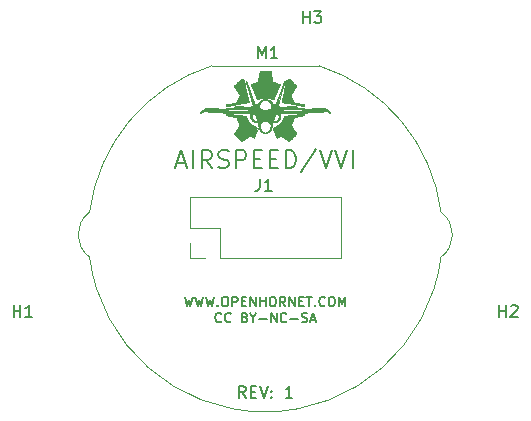
<source format=gbr>
%TF.GenerationSoftware,KiCad,Pcbnew,(5.1.9)-1*%
%TF.CreationDate,2021-09-08T15:23:30-06:00*%
%TF.ProjectId,standby_airspeed_vvi,7374616e-6462-4795-9f61-697273706565,rev?*%
%TF.SameCoordinates,Original*%
%TF.FileFunction,Legend,Top*%
%TF.FilePolarity,Positive*%
%FSLAX46Y46*%
G04 Gerber Fmt 4.6, Leading zero omitted, Abs format (unit mm)*
G04 Created by KiCad (PCBNEW (5.1.9)-1) date 2021-09-08 15:23:30*
%MOMM*%
%LPD*%
G01*
G04 APERTURE LIST*
%ADD10C,0.150000*%
%ADD11C,0.200000*%
%ADD12C,0.010000*%
%ADD13C,0.100000*%
%ADD14C,0.120000*%
G04 APERTURE END LIST*
D10*
X173099670Y-102136478D02*
X173290146Y-102936478D01*
X173442527Y-102365050D01*
X173594908Y-102936478D01*
X173785385Y-102136478D01*
X174013956Y-102136478D02*
X174204432Y-102936478D01*
X174356813Y-102365050D01*
X174509194Y-102936478D01*
X174699670Y-102136478D01*
X174928242Y-102136478D02*
X175118718Y-102936478D01*
X175271099Y-102365050D01*
X175423480Y-102936478D01*
X175613956Y-102136478D01*
X175918718Y-102860288D02*
X175956813Y-102898383D01*
X175918718Y-102936478D01*
X175880623Y-102898383D01*
X175918718Y-102860288D01*
X175918718Y-102936478D01*
X176452051Y-102136478D02*
X176604432Y-102136478D01*
X176680623Y-102174574D01*
X176756813Y-102250764D01*
X176794908Y-102403145D01*
X176794908Y-102669812D01*
X176756813Y-102822193D01*
X176680623Y-102898383D01*
X176604432Y-102936478D01*
X176452051Y-102936478D01*
X176375861Y-102898383D01*
X176299670Y-102822193D01*
X176261575Y-102669812D01*
X176261575Y-102403145D01*
X176299670Y-102250764D01*
X176375861Y-102174574D01*
X176452051Y-102136478D01*
X177137766Y-102936478D02*
X177137766Y-102136478D01*
X177442527Y-102136478D01*
X177518718Y-102174574D01*
X177556813Y-102212669D01*
X177594908Y-102288859D01*
X177594908Y-102403145D01*
X177556813Y-102479335D01*
X177518718Y-102517431D01*
X177442527Y-102555526D01*
X177137766Y-102555526D01*
X177937766Y-102517431D02*
X178204432Y-102517431D01*
X178318718Y-102936478D02*
X177937766Y-102936478D01*
X177937766Y-102136478D01*
X178318718Y-102136478D01*
X178661575Y-102936478D02*
X178661575Y-102136478D01*
X179118718Y-102936478D01*
X179118718Y-102136478D01*
X179499670Y-102936478D02*
X179499670Y-102136478D01*
X179499670Y-102517431D02*
X179956813Y-102517431D01*
X179956813Y-102936478D02*
X179956813Y-102136478D01*
X180490146Y-102136478D02*
X180642527Y-102136478D01*
X180718718Y-102174574D01*
X180794908Y-102250764D01*
X180833004Y-102403145D01*
X180833004Y-102669812D01*
X180794908Y-102822193D01*
X180718718Y-102898383D01*
X180642527Y-102936478D01*
X180490146Y-102936478D01*
X180413956Y-102898383D01*
X180337766Y-102822193D01*
X180299670Y-102669812D01*
X180299670Y-102403145D01*
X180337766Y-102250764D01*
X180413956Y-102174574D01*
X180490146Y-102136478D01*
X181633004Y-102936478D02*
X181366337Y-102555526D01*
X181175861Y-102936478D02*
X181175861Y-102136478D01*
X181480623Y-102136478D01*
X181556813Y-102174574D01*
X181594908Y-102212669D01*
X181633004Y-102288859D01*
X181633004Y-102403145D01*
X181594908Y-102479335D01*
X181556813Y-102517431D01*
X181480623Y-102555526D01*
X181175861Y-102555526D01*
X181975861Y-102936478D02*
X181975861Y-102136478D01*
X182433004Y-102936478D01*
X182433004Y-102136478D01*
X182813956Y-102517431D02*
X183080623Y-102517431D01*
X183194908Y-102936478D02*
X182813956Y-102936478D01*
X182813956Y-102136478D01*
X183194908Y-102136478D01*
X183423480Y-102136478D02*
X183880623Y-102136478D01*
X183652051Y-102936478D02*
X183652051Y-102136478D01*
X184147289Y-102860288D02*
X184185385Y-102898383D01*
X184147289Y-102936478D01*
X184109194Y-102898383D01*
X184147289Y-102860288D01*
X184147289Y-102936478D01*
X184985385Y-102860288D02*
X184947289Y-102898383D01*
X184833004Y-102936478D01*
X184756813Y-102936478D01*
X184642527Y-102898383D01*
X184566337Y-102822193D01*
X184528242Y-102746002D01*
X184490146Y-102593621D01*
X184490146Y-102479335D01*
X184528242Y-102326954D01*
X184566337Y-102250764D01*
X184642527Y-102174574D01*
X184756813Y-102136478D01*
X184833004Y-102136478D01*
X184947289Y-102174574D01*
X184985385Y-102212669D01*
X185480623Y-102136478D02*
X185633004Y-102136478D01*
X185709194Y-102174574D01*
X185785385Y-102250764D01*
X185823480Y-102403145D01*
X185823480Y-102669812D01*
X185785385Y-102822193D01*
X185709194Y-102898383D01*
X185633004Y-102936478D01*
X185480623Y-102936478D01*
X185404432Y-102898383D01*
X185328242Y-102822193D01*
X185290146Y-102669812D01*
X185290146Y-102403145D01*
X185328242Y-102250764D01*
X185404432Y-102174574D01*
X185480623Y-102136478D01*
X186166337Y-102936478D02*
X186166337Y-102136478D01*
X186433004Y-102707907D01*
X186699670Y-102136478D01*
X186699670Y-102936478D01*
X176204432Y-104210288D02*
X176166337Y-104248383D01*
X176052051Y-104286478D01*
X175975861Y-104286478D01*
X175861575Y-104248383D01*
X175785385Y-104172193D01*
X175747289Y-104096002D01*
X175709194Y-103943621D01*
X175709194Y-103829335D01*
X175747289Y-103676954D01*
X175785385Y-103600764D01*
X175861575Y-103524574D01*
X175975861Y-103486478D01*
X176052051Y-103486478D01*
X176166337Y-103524574D01*
X176204432Y-103562669D01*
X177004432Y-104210288D02*
X176966337Y-104248383D01*
X176852051Y-104286478D01*
X176775861Y-104286478D01*
X176661575Y-104248383D01*
X176585385Y-104172193D01*
X176547289Y-104096002D01*
X176509194Y-103943621D01*
X176509194Y-103829335D01*
X176547289Y-103676954D01*
X176585385Y-103600764D01*
X176661575Y-103524574D01*
X176775861Y-103486478D01*
X176852051Y-103486478D01*
X176966337Y-103524574D01*
X177004432Y-103562669D01*
X178223480Y-103867431D02*
X178337766Y-103905526D01*
X178375861Y-103943621D01*
X178413956Y-104019812D01*
X178413956Y-104134097D01*
X178375861Y-104210288D01*
X178337766Y-104248383D01*
X178261575Y-104286478D01*
X177956813Y-104286478D01*
X177956813Y-103486478D01*
X178223480Y-103486478D01*
X178299670Y-103524574D01*
X178337766Y-103562669D01*
X178375861Y-103638859D01*
X178375861Y-103715050D01*
X178337766Y-103791240D01*
X178299670Y-103829335D01*
X178223480Y-103867431D01*
X177956813Y-103867431D01*
X178909194Y-103905526D02*
X178909194Y-104286478D01*
X178642527Y-103486478D02*
X178909194Y-103905526D01*
X179175861Y-103486478D01*
X179442527Y-103981716D02*
X180052051Y-103981716D01*
X180433004Y-104286478D02*
X180433004Y-103486478D01*
X180890146Y-104286478D01*
X180890146Y-103486478D01*
X181728242Y-104210288D02*
X181690146Y-104248383D01*
X181575861Y-104286478D01*
X181499670Y-104286478D01*
X181385385Y-104248383D01*
X181309194Y-104172193D01*
X181271099Y-104096002D01*
X181233004Y-103943621D01*
X181233004Y-103829335D01*
X181271099Y-103676954D01*
X181309194Y-103600764D01*
X181385385Y-103524574D01*
X181499670Y-103486478D01*
X181575861Y-103486478D01*
X181690146Y-103524574D01*
X181728242Y-103562669D01*
X182071099Y-103981716D02*
X182680623Y-103981716D01*
X183023480Y-104248383D02*
X183137766Y-104286478D01*
X183328242Y-104286478D01*
X183404432Y-104248383D01*
X183442527Y-104210288D01*
X183480623Y-104134097D01*
X183480623Y-104057907D01*
X183442527Y-103981716D01*
X183404432Y-103943621D01*
X183328242Y-103905526D01*
X183175861Y-103867431D01*
X183099670Y-103829335D01*
X183061575Y-103791240D01*
X183023480Y-103715050D01*
X183023480Y-103638859D01*
X183061575Y-103562669D01*
X183099670Y-103524574D01*
X183175861Y-103486478D01*
X183366337Y-103486478D01*
X183480623Y-103524574D01*
X183785385Y-104057907D02*
X184166337Y-104057907D01*
X183709194Y-104286478D02*
X183975861Y-103486478D01*
X184242527Y-104286478D01*
X178271099Y-110686954D02*
X177937766Y-110210764D01*
X177699670Y-110686954D02*
X177699670Y-109686954D01*
X178080623Y-109686954D01*
X178175861Y-109734574D01*
X178223480Y-109782193D01*
X178271099Y-109877431D01*
X178271099Y-110020288D01*
X178223480Y-110115526D01*
X178175861Y-110163145D01*
X178080623Y-110210764D01*
X177699670Y-110210764D01*
X178699670Y-110163145D02*
X179033004Y-110163145D01*
X179175861Y-110686954D02*
X178699670Y-110686954D01*
X178699670Y-109686954D01*
X179175861Y-109686954D01*
X179461575Y-109686954D02*
X179794908Y-110686954D01*
X180128242Y-109686954D01*
X180461575Y-110591716D02*
X180509194Y-110639335D01*
X180461575Y-110686954D01*
X180413956Y-110639335D01*
X180461575Y-110591716D01*
X180461575Y-110686954D01*
X180461575Y-110067907D02*
X180509194Y-110115526D01*
X180461575Y-110163145D01*
X180413956Y-110115526D01*
X180461575Y-110067907D01*
X180461575Y-110163145D01*
X182223480Y-110686954D02*
X181652051Y-110686954D01*
X181937766Y-110686954D02*
X181937766Y-109686954D01*
X181842527Y-109829812D01*
X181747289Y-109925050D01*
X181652051Y-109972669D01*
D11*
X172473480Y-90799574D02*
X173187766Y-90799574D01*
X172330623Y-91228145D02*
X172830623Y-89728145D01*
X173330623Y-91228145D01*
X173830623Y-91228145D02*
X173830623Y-89728145D01*
X175402051Y-91228145D02*
X174902051Y-90513859D01*
X174544908Y-91228145D02*
X174544908Y-89728145D01*
X175116337Y-89728145D01*
X175259194Y-89799574D01*
X175330623Y-89871002D01*
X175402051Y-90013859D01*
X175402051Y-90228145D01*
X175330623Y-90371002D01*
X175259194Y-90442431D01*
X175116337Y-90513859D01*
X174544908Y-90513859D01*
X175973480Y-91156716D02*
X176187766Y-91228145D01*
X176544908Y-91228145D01*
X176687766Y-91156716D01*
X176759194Y-91085288D01*
X176830623Y-90942431D01*
X176830623Y-90799574D01*
X176759194Y-90656716D01*
X176687766Y-90585288D01*
X176544908Y-90513859D01*
X176259194Y-90442431D01*
X176116337Y-90371002D01*
X176044908Y-90299574D01*
X175973480Y-90156716D01*
X175973480Y-90013859D01*
X176044908Y-89871002D01*
X176116337Y-89799574D01*
X176259194Y-89728145D01*
X176616337Y-89728145D01*
X176830623Y-89799574D01*
X177473480Y-91228145D02*
X177473480Y-89728145D01*
X178044908Y-89728145D01*
X178187766Y-89799574D01*
X178259194Y-89871002D01*
X178330623Y-90013859D01*
X178330623Y-90228145D01*
X178259194Y-90371002D01*
X178187766Y-90442431D01*
X178044908Y-90513859D01*
X177473480Y-90513859D01*
X178973480Y-90442431D02*
X179473480Y-90442431D01*
X179687766Y-91228145D02*
X178973480Y-91228145D01*
X178973480Y-89728145D01*
X179687766Y-89728145D01*
X180330623Y-90442431D02*
X180830623Y-90442431D01*
X181044908Y-91228145D02*
X180330623Y-91228145D01*
X180330623Y-89728145D01*
X181044908Y-89728145D01*
X181687766Y-91228145D02*
X181687766Y-89728145D01*
X182044908Y-89728145D01*
X182259194Y-89799574D01*
X182402051Y-89942431D01*
X182473480Y-90085288D01*
X182544908Y-90371002D01*
X182544908Y-90585288D01*
X182473480Y-90871002D01*
X182402051Y-91013859D01*
X182259194Y-91156716D01*
X182044908Y-91228145D01*
X181687766Y-91228145D01*
X184259194Y-89656716D02*
X182973480Y-91585288D01*
X184544908Y-89728145D02*
X185044908Y-91228145D01*
X185544908Y-89728145D01*
X185830623Y-89728145D02*
X186330623Y-91228145D01*
X186830623Y-89728145D01*
X187330623Y-91228145D02*
X187330623Y-89728145D01*
D12*
%TO.C,G\u002A\u002A\u002A*%
G36*
X176638896Y-86622743D02*
G01*
X176651709Y-86624112D01*
X176671940Y-86626327D01*
X176699092Y-86629329D01*
X176732669Y-86633063D01*
X176772172Y-86637473D01*
X176817106Y-86642503D01*
X176866973Y-86648096D01*
X176921275Y-86654196D01*
X176979517Y-86660747D01*
X177041200Y-86667692D01*
X177105828Y-86674976D01*
X177172904Y-86682542D01*
X177241931Y-86690334D01*
X177312411Y-86698295D01*
X177383847Y-86706370D01*
X177455744Y-86714502D01*
X177527602Y-86722635D01*
X177598926Y-86730713D01*
X177669218Y-86738679D01*
X177737982Y-86746478D01*
X177804719Y-86754052D01*
X177868934Y-86761347D01*
X177930129Y-86768305D01*
X177987807Y-86774870D01*
X178041471Y-86780987D01*
X178090624Y-86786598D01*
X178134768Y-86791648D01*
X178173408Y-86796080D01*
X178206045Y-86799839D01*
X178232182Y-86802867D01*
X178251324Y-86805110D01*
X178262972Y-86806509D01*
X178266028Y-86806903D01*
X178277589Y-86809361D01*
X178283377Y-86813724D01*
X178285966Y-86821332D01*
X178288213Y-86827745D01*
X178293604Y-86840972D01*
X178301746Y-86860137D01*
X178312244Y-86884364D01*
X178324704Y-86912774D01*
X178338732Y-86944491D01*
X178353934Y-86978639D01*
X178369916Y-87014340D01*
X178386283Y-87050718D01*
X178402641Y-87086895D01*
X178418595Y-87121996D01*
X178433753Y-87155142D01*
X178447719Y-87185457D01*
X178460099Y-87212064D01*
X178470499Y-87234087D01*
X178478525Y-87250648D01*
X178482459Y-87258406D01*
X178503330Y-87293741D01*
X178529945Y-87331905D01*
X178560867Y-87371244D01*
X178594656Y-87410104D01*
X178629873Y-87446833D01*
X178665081Y-87479776D01*
X178698840Y-87507282D01*
X178699333Y-87507648D01*
X178706951Y-87512720D01*
X178721172Y-87521607D01*
X178741273Y-87533882D01*
X178766528Y-87549119D01*
X178796212Y-87566893D01*
X178829601Y-87586778D01*
X178865969Y-87608349D01*
X178904592Y-87631179D01*
X178944745Y-87654843D01*
X178985703Y-87678915D01*
X179026742Y-87702970D01*
X179067136Y-87726582D01*
X179106160Y-87749324D01*
X179143091Y-87770772D01*
X179177202Y-87790499D01*
X179207770Y-87808080D01*
X179234068Y-87823089D01*
X179255374Y-87835100D01*
X179270960Y-87843688D01*
X179276239Y-87846491D01*
X179295107Y-87856290D01*
X179134818Y-88243640D01*
X179106360Y-88312268D01*
X179080246Y-88374943D01*
X179056565Y-88431463D01*
X179035404Y-88481622D01*
X179016850Y-88525216D01*
X179000992Y-88562041D01*
X178987916Y-88591894D01*
X178977711Y-88614569D01*
X178970464Y-88629863D01*
X178966261Y-88637571D01*
X178965579Y-88638399D01*
X178954699Y-88644116D01*
X178945770Y-88645807D01*
X178939742Y-88643860D01*
X178927126Y-88638303D01*
X178908778Y-88629561D01*
X178885553Y-88618060D01*
X178858308Y-88604226D01*
X178827897Y-88588484D01*
X178795175Y-88571261D01*
X178784109Y-88565374D01*
X178744872Y-88544499D01*
X178712314Y-88527356D01*
X178685676Y-88513635D01*
X178664198Y-88503022D01*
X178647120Y-88495207D01*
X178633682Y-88489880D01*
X178623126Y-88486728D01*
X178614690Y-88485440D01*
X178607616Y-88485705D01*
X178601144Y-88487213D01*
X178596950Y-88488692D01*
X178592106Y-88491588D01*
X178580789Y-88498945D01*
X178563501Y-88510425D01*
X178540742Y-88525687D01*
X178513014Y-88544393D01*
X178480817Y-88566202D01*
X178444653Y-88590775D01*
X178405022Y-88617773D01*
X178362426Y-88646856D01*
X178317366Y-88677684D01*
X178270343Y-88709919D01*
X178259600Y-88717292D01*
X178203444Y-88755837D01*
X178153834Y-88789859D01*
X178110332Y-88819624D01*
X178072502Y-88845395D01*
X178039907Y-88867440D01*
X178012109Y-88886022D01*
X177988672Y-88901407D01*
X177969159Y-88913860D01*
X177953132Y-88923647D01*
X177940156Y-88931032D01*
X177929792Y-88936282D01*
X177921603Y-88939660D01*
X177915154Y-88941433D01*
X177910006Y-88941865D01*
X177905723Y-88941222D01*
X177901868Y-88939769D01*
X177898003Y-88937771D01*
X177897116Y-88937289D01*
X177892577Y-88933472D01*
X177882583Y-88924138D01*
X177867634Y-88909786D01*
X177848228Y-88890914D01*
X177824862Y-88868021D01*
X177798036Y-88841605D01*
X177768247Y-88812164D01*
X177735994Y-88780196D01*
X177701776Y-88746201D01*
X177666091Y-88710675D01*
X177629436Y-88674118D01*
X177592311Y-88637027D01*
X177555213Y-88599902D01*
X177518642Y-88563239D01*
X177483095Y-88527539D01*
X177449071Y-88493298D01*
X177417067Y-88461016D01*
X177387584Y-88431190D01*
X177361118Y-88404319D01*
X177338168Y-88380901D01*
X177319232Y-88361434D01*
X177304810Y-88346418D01*
X177295398Y-88336349D01*
X177291496Y-88331727D01*
X177291477Y-88331692D01*
X177287301Y-88322443D01*
X177285492Y-88313528D01*
X177286481Y-88303777D01*
X177290705Y-88292019D01*
X177298597Y-88277083D01*
X177310592Y-88257799D01*
X177327123Y-88232996D01*
X177329246Y-88229867D01*
X177338883Y-88215722D01*
X177352821Y-88195319D01*
X177370567Y-88169381D01*
X177391626Y-88138629D01*
X177415505Y-88103782D01*
X177441710Y-88065561D01*
X177469745Y-88024689D01*
X177499118Y-87981885D01*
X177529333Y-87937870D01*
X177556287Y-87898624D01*
X177585668Y-87855783D01*
X177613742Y-87814718D01*
X177640124Y-87776001D01*
X177664430Y-87740200D01*
X177686276Y-87707886D01*
X177705277Y-87679630D01*
X177721049Y-87656001D01*
X177733207Y-87637569D01*
X177741367Y-87624905D01*
X177745145Y-87618579D01*
X177745273Y-87618301D01*
X177749375Y-87605210D01*
X177751066Y-87593021D01*
X177749502Y-87586913D01*
X177745002Y-87573699D01*
X177737857Y-87554104D01*
X177728356Y-87528849D01*
X177716789Y-87498658D01*
X177703447Y-87464253D01*
X177688620Y-87426357D01*
X177672596Y-87385694D01*
X177655667Y-87342986D01*
X177638122Y-87298956D01*
X177620251Y-87254327D01*
X177602345Y-87209823D01*
X177584692Y-87166165D01*
X177567584Y-87124077D01*
X177551310Y-87084283D01*
X177536159Y-87047504D01*
X177522423Y-87014464D01*
X177510390Y-86985885D01*
X177500352Y-86962491D01*
X177492597Y-86945005D01*
X177487416Y-86934149D01*
X177485505Y-86930917D01*
X177476744Y-86921669D01*
X177468909Y-86915217D01*
X177467954Y-86914652D01*
X177462869Y-86913359D01*
X177450038Y-86910643D01*
X177430041Y-86906616D01*
X177403460Y-86901388D01*
X177370873Y-86895071D01*
X177332863Y-86887777D01*
X177290009Y-86879616D01*
X177242891Y-86870700D01*
X177192091Y-86861139D01*
X177138188Y-86851046D01*
X177081763Y-86840531D01*
X177058835Y-86836272D01*
X176985561Y-86822636D01*
X176920331Y-86810415D01*
X176862852Y-86799550D01*
X176812832Y-86789982D01*
X176769977Y-86781653D01*
X176733994Y-86774505D01*
X176704591Y-86768479D01*
X176681473Y-86763516D01*
X176664348Y-86759559D01*
X176652923Y-86756549D01*
X176646904Y-86754428D01*
X176646166Y-86753998D01*
X176637866Y-86746895D01*
X176632033Y-86738537D01*
X176628253Y-86727356D01*
X176626112Y-86711786D01*
X176625196Y-86690260D01*
X176625062Y-86674132D01*
X176625103Y-86652454D01*
X176625449Y-86637848D01*
X176626340Y-86628921D01*
X176628015Y-86624280D01*
X176630716Y-86622529D01*
X176633999Y-86622273D01*
X176638896Y-86622743D01*
G37*
X176638896Y-86622743D02*
X176651709Y-86624112D01*
X176671940Y-86626327D01*
X176699092Y-86629329D01*
X176732669Y-86633063D01*
X176772172Y-86637473D01*
X176817106Y-86642503D01*
X176866973Y-86648096D01*
X176921275Y-86654196D01*
X176979517Y-86660747D01*
X177041200Y-86667692D01*
X177105828Y-86674976D01*
X177172904Y-86682542D01*
X177241931Y-86690334D01*
X177312411Y-86698295D01*
X177383847Y-86706370D01*
X177455744Y-86714502D01*
X177527602Y-86722635D01*
X177598926Y-86730713D01*
X177669218Y-86738679D01*
X177737982Y-86746478D01*
X177804719Y-86754052D01*
X177868934Y-86761347D01*
X177930129Y-86768305D01*
X177987807Y-86774870D01*
X178041471Y-86780987D01*
X178090624Y-86786598D01*
X178134768Y-86791648D01*
X178173408Y-86796080D01*
X178206045Y-86799839D01*
X178232182Y-86802867D01*
X178251324Y-86805110D01*
X178262972Y-86806509D01*
X178266028Y-86806903D01*
X178277589Y-86809361D01*
X178283377Y-86813724D01*
X178285966Y-86821332D01*
X178288213Y-86827745D01*
X178293604Y-86840972D01*
X178301746Y-86860137D01*
X178312244Y-86884364D01*
X178324704Y-86912774D01*
X178338732Y-86944491D01*
X178353934Y-86978639D01*
X178369916Y-87014340D01*
X178386283Y-87050718D01*
X178402641Y-87086895D01*
X178418595Y-87121996D01*
X178433753Y-87155142D01*
X178447719Y-87185457D01*
X178460099Y-87212064D01*
X178470499Y-87234087D01*
X178478525Y-87250648D01*
X178482459Y-87258406D01*
X178503330Y-87293741D01*
X178529945Y-87331905D01*
X178560867Y-87371244D01*
X178594656Y-87410104D01*
X178629873Y-87446833D01*
X178665081Y-87479776D01*
X178698840Y-87507282D01*
X178699333Y-87507648D01*
X178706951Y-87512720D01*
X178721172Y-87521607D01*
X178741273Y-87533882D01*
X178766528Y-87549119D01*
X178796212Y-87566893D01*
X178829601Y-87586778D01*
X178865969Y-87608349D01*
X178904592Y-87631179D01*
X178944745Y-87654843D01*
X178985703Y-87678915D01*
X179026742Y-87702970D01*
X179067136Y-87726582D01*
X179106160Y-87749324D01*
X179143091Y-87770772D01*
X179177202Y-87790499D01*
X179207770Y-87808080D01*
X179234068Y-87823089D01*
X179255374Y-87835100D01*
X179270960Y-87843688D01*
X179276239Y-87846491D01*
X179295107Y-87856290D01*
X179134818Y-88243640D01*
X179106360Y-88312268D01*
X179080246Y-88374943D01*
X179056565Y-88431463D01*
X179035404Y-88481622D01*
X179016850Y-88525216D01*
X179000992Y-88562041D01*
X178987916Y-88591894D01*
X178977711Y-88614569D01*
X178970464Y-88629863D01*
X178966261Y-88637571D01*
X178965579Y-88638399D01*
X178954699Y-88644116D01*
X178945770Y-88645807D01*
X178939742Y-88643860D01*
X178927126Y-88638303D01*
X178908778Y-88629561D01*
X178885553Y-88618060D01*
X178858308Y-88604226D01*
X178827897Y-88588484D01*
X178795175Y-88571261D01*
X178784109Y-88565374D01*
X178744872Y-88544499D01*
X178712314Y-88527356D01*
X178685676Y-88513635D01*
X178664198Y-88503022D01*
X178647120Y-88495207D01*
X178633682Y-88489880D01*
X178623126Y-88486728D01*
X178614690Y-88485440D01*
X178607616Y-88485705D01*
X178601144Y-88487213D01*
X178596950Y-88488692D01*
X178592106Y-88491588D01*
X178580789Y-88498945D01*
X178563501Y-88510425D01*
X178540742Y-88525687D01*
X178513014Y-88544393D01*
X178480817Y-88566202D01*
X178444653Y-88590775D01*
X178405022Y-88617773D01*
X178362426Y-88646856D01*
X178317366Y-88677684D01*
X178270343Y-88709919D01*
X178259600Y-88717292D01*
X178203444Y-88755837D01*
X178153834Y-88789859D01*
X178110332Y-88819624D01*
X178072502Y-88845395D01*
X178039907Y-88867440D01*
X178012109Y-88886022D01*
X177988672Y-88901407D01*
X177969159Y-88913860D01*
X177953132Y-88923647D01*
X177940156Y-88931032D01*
X177929792Y-88936282D01*
X177921603Y-88939660D01*
X177915154Y-88941433D01*
X177910006Y-88941865D01*
X177905723Y-88941222D01*
X177901868Y-88939769D01*
X177898003Y-88937771D01*
X177897116Y-88937289D01*
X177892577Y-88933472D01*
X177882583Y-88924138D01*
X177867634Y-88909786D01*
X177848228Y-88890914D01*
X177824862Y-88868021D01*
X177798036Y-88841605D01*
X177768247Y-88812164D01*
X177735994Y-88780196D01*
X177701776Y-88746201D01*
X177666091Y-88710675D01*
X177629436Y-88674118D01*
X177592311Y-88637027D01*
X177555213Y-88599902D01*
X177518642Y-88563239D01*
X177483095Y-88527539D01*
X177449071Y-88493298D01*
X177417067Y-88461016D01*
X177387584Y-88431190D01*
X177361118Y-88404319D01*
X177338168Y-88380901D01*
X177319232Y-88361434D01*
X177304810Y-88346418D01*
X177295398Y-88336349D01*
X177291496Y-88331727D01*
X177291477Y-88331692D01*
X177287301Y-88322443D01*
X177285492Y-88313528D01*
X177286481Y-88303777D01*
X177290705Y-88292019D01*
X177298597Y-88277083D01*
X177310592Y-88257799D01*
X177327123Y-88232996D01*
X177329246Y-88229867D01*
X177338883Y-88215722D01*
X177352821Y-88195319D01*
X177370567Y-88169381D01*
X177391626Y-88138629D01*
X177415505Y-88103782D01*
X177441710Y-88065561D01*
X177469745Y-88024689D01*
X177499118Y-87981885D01*
X177529333Y-87937870D01*
X177556287Y-87898624D01*
X177585668Y-87855783D01*
X177613742Y-87814718D01*
X177640124Y-87776001D01*
X177664430Y-87740200D01*
X177686276Y-87707886D01*
X177705277Y-87679630D01*
X177721049Y-87656001D01*
X177733207Y-87637569D01*
X177741367Y-87624905D01*
X177745145Y-87618579D01*
X177745273Y-87618301D01*
X177749375Y-87605210D01*
X177751066Y-87593021D01*
X177749502Y-87586913D01*
X177745002Y-87573699D01*
X177737857Y-87554104D01*
X177728356Y-87528849D01*
X177716789Y-87498658D01*
X177703447Y-87464253D01*
X177688620Y-87426357D01*
X177672596Y-87385694D01*
X177655667Y-87342986D01*
X177638122Y-87298956D01*
X177620251Y-87254327D01*
X177602345Y-87209823D01*
X177584692Y-87166165D01*
X177567584Y-87124077D01*
X177551310Y-87084283D01*
X177536159Y-87047504D01*
X177522423Y-87014464D01*
X177510390Y-86985885D01*
X177500352Y-86962491D01*
X177492597Y-86945005D01*
X177487416Y-86934149D01*
X177485505Y-86930917D01*
X177476744Y-86921669D01*
X177468909Y-86915217D01*
X177467954Y-86914652D01*
X177462869Y-86913359D01*
X177450038Y-86910643D01*
X177430041Y-86906616D01*
X177403460Y-86901388D01*
X177370873Y-86895071D01*
X177332863Y-86887777D01*
X177290009Y-86879616D01*
X177242891Y-86870700D01*
X177192091Y-86861139D01*
X177138188Y-86851046D01*
X177081763Y-86840531D01*
X177058835Y-86836272D01*
X176985561Y-86822636D01*
X176920331Y-86810415D01*
X176862852Y-86799550D01*
X176812832Y-86789982D01*
X176769977Y-86781653D01*
X176733994Y-86774505D01*
X176704591Y-86768479D01*
X176681473Y-86763516D01*
X176664348Y-86759559D01*
X176652923Y-86756549D01*
X176646904Y-86754428D01*
X176646166Y-86753998D01*
X176637866Y-86746895D01*
X176632033Y-86738537D01*
X176628253Y-86727356D01*
X176626112Y-86711786D01*
X176625196Y-86690260D01*
X176625062Y-86674132D01*
X176625103Y-86652454D01*
X176625449Y-86637848D01*
X176626340Y-86628921D01*
X176628015Y-86624280D01*
X176630716Y-86622529D01*
X176633999Y-86622273D01*
X176638896Y-86622743D01*
G36*
X183219063Y-86622545D02*
G01*
X183221899Y-86624320D01*
X183223593Y-86629037D01*
X183224440Y-86638135D01*
X183224733Y-86653055D01*
X183224766Y-86671093D01*
X183224070Y-86699733D01*
X183221765Y-86721253D01*
X183217525Y-86736900D01*
X183211024Y-86747923D01*
X183202895Y-86754972D01*
X183197306Y-86756686D01*
X183183916Y-86759814D01*
X183163254Y-86764250D01*
X183135847Y-86769892D01*
X183102225Y-86776635D01*
X183062916Y-86784376D01*
X183018449Y-86793009D01*
X182969352Y-86802432D01*
X182916153Y-86812541D01*
X182859381Y-86823231D01*
X182799566Y-86834398D01*
X182791234Y-86835946D01*
X182734001Y-86846600D01*
X182679065Y-86856873D01*
X182627007Y-86866656D01*
X182578406Y-86875836D01*
X182533843Y-86884303D01*
X182493897Y-86891945D01*
X182459149Y-86898651D01*
X182430179Y-86904310D01*
X182407567Y-86908812D01*
X182391893Y-86912044D01*
X182383738Y-86913895D01*
X182382717Y-86914221D01*
X182378427Y-86916849D01*
X182374220Y-86920285D01*
X182369864Y-86925041D01*
X182365128Y-86931626D01*
X182359782Y-86940551D01*
X182353593Y-86952327D01*
X182346332Y-86967465D01*
X182337767Y-86986474D01*
X182327667Y-87009865D01*
X182315801Y-87038150D01*
X182301938Y-87071838D01*
X182285847Y-87111440D01*
X182267297Y-87157467D01*
X182246058Y-87210429D01*
X182226044Y-87260461D01*
X182199776Y-87326339D01*
X182176700Y-87384573D01*
X182156748Y-87435335D01*
X182139856Y-87478797D01*
X182125959Y-87515130D01*
X182114991Y-87544505D01*
X182106887Y-87567096D01*
X182101582Y-87583072D01*
X182099009Y-87592607D01*
X182098726Y-87594894D01*
X182100442Y-87609093D01*
X182104567Y-87621887D01*
X182104866Y-87622478D01*
X182108130Y-87627654D01*
X182115835Y-87639286D01*
X182127628Y-87656853D01*
X182143155Y-87679837D01*
X182162060Y-87707714D01*
X182183991Y-87739965D01*
X182208594Y-87776069D01*
X182235513Y-87815505D01*
X182264395Y-87857753D01*
X182294886Y-87902291D01*
X182323623Y-87944212D01*
X182355465Y-87990635D01*
X182386177Y-88035414D01*
X182415389Y-88078006D01*
X182442729Y-88117872D01*
X182467826Y-88154470D01*
X182490311Y-88187260D01*
X182509811Y-88215701D01*
X182525957Y-88239252D01*
X182538376Y-88257373D01*
X182546700Y-88269522D01*
X182550316Y-88274807D01*
X182560933Y-88294139D01*
X182564366Y-88310758D01*
X182564168Y-88313437D01*
X182563347Y-88316458D01*
X182561562Y-88320177D01*
X182558474Y-88324952D01*
X182553741Y-88331139D01*
X182547025Y-88339097D01*
X182537984Y-88349181D01*
X182526279Y-88361750D01*
X182511568Y-88377161D01*
X182493513Y-88395770D01*
X182471772Y-88417936D01*
X182446005Y-88444015D01*
X182415873Y-88474364D01*
X182381034Y-88509341D01*
X182341149Y-88549304D01*
X182295877Y-88594608D01*
X182256359Y-88634133D01*
X182205464Y-88685089D01*
X182160248Y-88730425D01*
X182120328Y-88770433D01*
X182085320Y-88805404D01*
X182054842Y-88835627D01*
X182028509Y-88861395D01*
X182005939Y-88882997D01*
X181986748Y-88900725D01*
X181970552Y-88914870D01*
X181956970Y-88925722D01*
X181945616Y-88933572D01*
X181936107Y-88938711D01*
X181928061Y-88941429D01*
X181921094Y-88942019D01*
X181914823Y-88940770D01*
X181908864Y-88937973D01*
X181902833Y-88933919D01*
X181896349Y-88928899D01*
X181889026Y-88923204D01*
X181881993Y-88918142D01*
X181873104Y-88912064D01*
X181857826Y-88901601D01*
X181836748Y-88887156D01*
X181810463Y-88869137D01*
X181779560Y-88847947D01*
X181744631Y-88823992D01*
X181706266Y-88797678D01*
X181665057Y-88769409D01*
X181621593Y-88739590D01*
X181576467Y-88708628D01*
X181550717Y-88690958D01*
X181497971Y-88654782D01*
X181451729Y-88623119D01*
X181411532Y-88595670D01*
X181376918Y-88572135D01*
X181347426Y-88552215D01*
X181322597Y-88535611D01*
X181301968Y-88522023D01*
X181285079Y-88511152D01*
X181271469Y-88502700D01*
X181260677Y-88496365D01*
X181252243Y-88491849D01*
X181245705Y-88488853D01*
X181240603Y-88487078D01*
X181236476Y-88486223D01*
X181235334Y-88486099D01*
X181230174Y-88485869D01*
X181224734Y-88486329D01*
X181218247Y-88487835D01*
X181209945Y-88490744D01*
X181199064Y-88495409D01*
X181184835Y-88502188D01*
X181166491Y-88511436D01*
X181143266Y-88523507D01*
X181114394Y-88538758D01*
X181079107Y-88557545D01*
X181064920Y-88565117D01*
X181023572Y-88587028D01*
X180987585Y-88605753D01*
X180957324Y-88621115D01*
X180933150Y-88632934D01*
X180915426Y-88641031D01*
X180904513Y-88645226D01*
X180901616Y-88645807D01*
X180888456Y-88642190D01*
X180880789Y-88636282D01*
X180878172Y-88631311D01*
X180872560Y-88619057D01*
X180864182Y-88600066D01*
X180853267Y-88574884D01*
X180840043Y-88544057D01*
X180824741Y-88508130D01*
X180807588Y-88467649D01*
X180788815Y-88423161D01*
X180768649Y-88375210D01*
X180747321Y-88324342D01*
X180725059Y-88271105D01*
X180702093Y-88216042D01*
X180678651Y-88159701D01*
X180654962Y-88102626D01*
X180631256Y-88045364D01*
X180607762Y-87988461D01*
X180584708Y-87932462D01*
X180562324Y-87877913D01*
X180554929Y-87859848D01*
X180556599Y-87854767D01*
X180560638Y-87852489D01*
X180566617Y-87849615D01*
X180579181Y-87842820D01*
X180597641Y-87832510D01*
X180621303Y-87819090D01*
X180649475Y-87802965D01*
X180681467Y-87784540D01*
X180716586Y-87764220D01*
X180754139Y-87742411D01*
X180793436Y-87719518D01*
X180833785Y-87695945D01*
X180874493Y-87672099D01*
X180914869Y-87648384D01*
X180954220Y-87625205D01*
X180991855Y-87602967D01*
X181027083Y-87582076D01*
X181059210Y-87562937D01*
X181087546Y-87545955D01*
X181111398Y-87531535D01*
X181130075Y-87520083D01*
X181142884Y-87512002D01*
X181148211Y-87508409D01*
X181181872Y-87481352D01*
X181217412Y-87448384D01*
X181253217Y-87411305D01*
X181287673Y-87371917D01*
X181319164Y-87332019D01*
X181346076Y-87293413D01*
X181357322Y-87275139D01*
X181362254Y-87265810D01*
X181370125Y-87249817D01*
X181380525Y-87228063D01*
X181393042Y-87201451D01*
X181407268Y-87170886D01*
X181422791Y-87137271D01*
X181439200Y-87101509D01*
X181456087Y-87064504D01*
X181473039Y-87027161D01*
X181489648Y-86990381D01*
X181505503Y-86955070D01*
X181520192Y-86922130D01*
X181533307Y-86892466D01*
X181544436Y-86866980D01*
X181553169Y-86846577D01*
X181559097Y-86832160D01*
X181561651Y-86825191D01*
X181564844Y-86814863D01*
X181566839Y-86809025D01*
X181567093Y-86808540D01*
X181571278Y-86808069D01*
X181583472Y-86806687D01*
X181603270Y-86804440D01*
X181630268Y-86801373D01*
X181664063Y-86797532D01*
X181704251Y-86792965D01*
X181750428Y-86787715D01*
X181802189Y-86781830D01*
X181859131Y-86775355D01*
X181920849Y-86768337D01*
X181986941Y-86760821D01*
X182057002Y-86752852D01*
X182130627Y-86744478D01*
X182207414Y-86735743D01*
X182286957Y-86726695D01*
X182368854Y-86717378D01*
X182386182Y-86715407D01*
X182468670Y-86706028D01*
X182548977Y-86696909D01*
X182626691Y-86688095D01*
X182701403Y-86679633D01*
X182772703Y-86671568D01*
X182840180Y-86663947D01*
X182903424Y-86656816D01*
X182962025Y-86650221D01*
X183015573Y-86644208D01*
X183063657Y-86638824D01*
X183105867Y-86634113D01*
X183141793Y-86630124D01*
X183171025Y-86626900D01*
X183193152Y-86624489D01*
X183207765Y-86622937D01*
X183214453Y-86622290D01*
X183214791Y-86622273D01*
X183219063Y-86622545D01*
G37*
X183219063Y-86622545D02*
X183221899Y-86624320D01*
X183223593Y-86629037D01*
X183224440Y-86638135D01*
X183224733Y-86653055D01*
X183224766Y-86671093D01*
X183224070Y-86699733D01*
X183221765Y-86721253D01*
X183217525Y-86736900D01*
X183211024Y-86747923D01*
X183202895Y-86754972D01*
X183197306Y-86756686D01*
X183183916Y-86759814D01*
X183163254Y-86764250D01*
X183135847Y-86769892D01*
X183102225Y-86776635D01*
X183062916Y-86784376D01*
X183018449Y-86793009D01*
X182969352Y-86802432D01*
X182916153Y-86812541D01*
X182859381Y-86823231D01*
X182799566Y-86834398D01*
X182791234Y-86835946D01*
X182734001Y-86846600D01*
X182679065Y-86856873D01*
X182627007Y-86866656D01*
X182578406Y-86875836D01*
X182533843Y-86884303D01*
X182493897Y-86891945D01*
X182459149Y-86898651D01*
X182430179Y-86904310D01*
X182407567Y-86908812D01*
X182391893Y-86912044D01*
X182383738Y-86913895D01*
X182382717Y-86914221D01*
X182378427Y-86916849D01*
X182374220Y-86920285D01*
X182369864Y-86925041D01*
X182365128Y-86931626D01*
X182359782Y-86940551D01*
X182353593Y-86952327D01*
X182346332Y-86967465D01*
X182337767Y-86986474D01*
X182327667Y-87009865D01*
X182315801Y-87038150D01*
X182301938Y-87071838D01*
X182285847Y-87111440D01*
X182267297Y-87157467D01*
X182246058Y-87210429D01*
X182226044Y-87260461D01*
X182199776Y-87326339D01*
X182176700Y-87384573D01*
X182156748Y-87435335D01*
X182139856Y-87478797D01*
X182125959Y-87515130D01*
X182114991Y-87544505D01*
X182106887Y-87567096D01*
X182101582Y-87583072D01*
X182099009Y-87592607D01*
X182098726Y-87594894D01*
X182100442Y-87609093D01*
X182104567Y-87621887D01*
X182104866Y-87622478D01*
X182108130Y-87627654D01*
X182115835Y-87639286D01*
X182127628Y-87656853D01*
X182143155Y-87679837D01*
X182162060Y-87707714D01*
X182183991Y-87739965D01*
X182208594Y-87776069D01*
X182235513Y-87815505D01*
X182264395Y-87857753D01*
X182294886Y-87902291D01*
X182323623Y-87944212D01*
X182355465Y-87990635D01*
X182386177Y-88035414D01*
X182415389Y-88078006D01*
X182442729Y-88117872D01*
X182467826Y-88154470D01*
X182490311Y-88187260D01*
X182509811Y-88215701D01*
X182525957Y-88239252D01*
X182538376Y-88257373D01*
X182546700Y-88269522D01*
X182550316Y-88274807D01*
X182560933Y-88294139D01*
X182564366Y-88310758D01*
X182564168Y-88313437D01*
X182563347Y-88316458D01*
X182561562Y-88320177D01*
X182558474Y-88324952D01*
X182553741Y-88331139D01*
X182547025Y-88339097D01*
X182537984Y-88349181D01*
X182526279Y-88361750D01*
X182511568Y-88377161D01*
X182493513Y-88395770D01*
X182471772Y-88417936D01*
X182446005Y-88444015D01*
X182415873Y-88474364D01*
X182381034Y-88509341D01*
X182341149Y-88549304D01*
X182295877Y-88594608D01*
X182256359Y-88634133D01*
X182205464Y-88685089D01*
X182160248Y-88730425D01*
X182120328Y-88770433D01*
X182085320Y-88805404D01*
X182054842Y-88835627D01*
X182028509Y-88861395D01*
X182005939Y-88882997D01*
X181986748Y-88900725D01*
X181970552Y-88914870D01*
X181956970Y-88925722D01*
X181945616Y-88933572D01*
X181936107Y-88938711D01*
X181928061Y-88941429D01*
X181921094Y-88942019D01*
X181914823Y-88940770D01*
X181908864Y-88937973D01*
X181902833Y-88933919D01*
X181896349Y-88928899D01*
X181889026Y-88923204D01*
X181881993Y-88918142D01*
X181873104Y-88912064D01*
X181857826Y-88901601D01*
X181836748Y-88887156D01*
X181810463Y-88869137D01*
X181779560Y-88847947D01*
X181744631Y-88823992D01*
X181706266Y-88797678D01*
X181665057Y-88769409D01*
X181621593Y-88739590D01*
X181576467Y-88708628D01*
X181550717Y-88690958D01*
X181497971Y-88654782D01*
X181451729Y-88623119D01*
X181411532Y-88595670D01*
X181376918Y-88572135D01*
X181347426Y-88552215D01*
X181322597Y-88535611D01*
X181301968Y-88522023D01*
X181285079Y-88511152D01*
X181271469Y-88502700D01*
X181260677Y-88496365D01*
X181252243Y-88491849D01*
X181245705Y-88488853D01*
X181240603Y-88487078D01*
X181236476Y-88486223D01*
X181235334Y-88486099D01*
X181230174Y-88485869D01*
X181224734Y-88486329D01*
X181218247Y-88487835D01*
X181209945Y-88490744D01*
X181199064Y-88495409D01*
X181184835Y-88502188D01*
X181166491Y-88511436D01*
X181143266Y-88523507D01*
X181114394Y-88538758D01*
X181079107Y-88557545D01*
X181064920Y-88565117D01*
X181023572Y-88587028D01*
X180987585Y-88605753D01*
X180957324Y-88621115D01*
X180933150Y-88632934D01*
X180915426Y-88641031D01*
X180904513Y-88645226D01*
X180901616Y-88645807D01*
X180888456Y-88642190D01*
X180880789Y-88636282D01*
X180878172Y-88631311D01*
X180872560Y-88619057D01*
X180864182Y-88600066D01*
X180853267Y-88574884D01*
X180840043Y-88544057D01*
X180824741Y-88508130D01*
X180807588Y-88467649D01*
X180788815Y-88423161D01*
X180768649Y-88375210D01*
X180747321Y-88324342D01*
X180725059Y-88271105D01*
X180702093Y-88216042D01*
X180678651Y-88159701D01*
X180654962Y-88102626D01*
X180631256Y-88045364D01*
X180607762Y-87988461D01*
X180584708Y-87932462D01*
X180562324Y-87877913D01*
X180554929Y-87859848D01*
X180556599Y-87854767D01*
X180560638Y-87852489D01*
X180566617Y-87849615D01*
X180579181Y-87842820D01*
X180597641Y-87832510D01*
X180621303Y-87819090D01*
X180649475Y-87802965D01*
X180681467Y-87784540D01*
X180716586Y-87764220D01*
X180754139Y-87742411D01*
X180793436Y-87719518D01*
X180833785Y-87695945D01*
X180874493Y-87672099D01*
X180914869Y-87648384D01*
X180954220Y-87625205D01*
X180991855Y-87602967D01*
X181027083Y-87582076D01*
X181059210Y-87562937D01*
X181087546Y-87545955D01*
X181111398Y-87531535D01*
X181130075Y-87520083D01*
X181142884Y-87512002D01*
X181148211Y-87508409D01*
X181181872Y-87481352D01*
X181217412Y-87448384D01*
X181253217Y-87411305D01*
X181287673Y-87371917D01*
X181319164Y-87332019D01*
X181346076Y-87293413D01*
X181357322Y-87275139D01*
X181362254Y-87265810D01*
X181370125Y-87249817D01*
X181380525Y-87228063D01*
X181393042Y-87201451D01*
X181407268Y-87170886D01*
X181422791Y-87137271D01*
X181439200Y-87101509D01*
X181456087Y-87064504D01*
X181473039Y-87027161D01*
X181489648Y-86990381D01*
X181505503Y-86955070D01*
X181520192Y-86922130D01*
X181533307Y-86892466D01*
X181544436Y-86866980D01*
X181553169Y-86846577D01*
X181559097Y-86832160D01*
X181561651Y-86825191D01*
X181564844Y-86814863D01*
X181566839Y-86809025D01*
X181567093Y-86808540D01*
X181571278Y-86808069D01*
X181583472Y-86806687D01*
X181603270Y-86804440D01*
X181630268Y-86801373D01*
X181664063Y-86797532D01*
X181704251Y-86792965D01*
X181750428Y-86787715D01*
X181802189Y-86781830D01*
X181859131Y-86775355D01*
X181920849Y-86768337D01*
X181986941Y-86760821D01*
X182057002Y-86752852D01*
X182130627Y-86744478D01*
X182207414Y-86735743D01*
X182286957Y-86726695D01*
X182368854Y-86717378D01*
X182386182Y-86715407D01*
X182468670Y-86706028D01*
X182548977Y-86696909D01*
X182626691Y-86688095D01*
X182701403Y-86679633D01*
X182772703Y-86671568D01*
X182840180Y-86663947D01*
X182903424Y-86656816D01*
X182962025Y-86650221D01*
X183015573Y-86644208D01*
X183063657Y-86638824D01*
X183105867Y-86634113D01*
X183141793Y-86630124D01*
X183171025Y-86626900D01*
X183193152Y-86624489D01*
X183207765Y-86622937D01*
X183214453Y-86622290D01*
X183214791Y-86622273D01*
X183219063Y-86622545D01*
G36*
X178314765Y-83825516D02*
G01*
X178321104Y-83828688D01*
X178324931Y-83835868D01*
X178325140Y-83836445D01*
X178327627Y-83843418D01*
X178332790Y-83857906D01*
X178340464Y-83879447D01*
X178350485Y-83907581D01*
X178362688Y-83941845D01*
X178376909Y-83981778D01*
X178392985Y-84026920D01*
X178410750Y-84076808D01*
X178430041Y-84130981D01*
X178450693Y-84188978D01*
X178472542Y-84250338D01*
X178495424Y-84314599D01*
X178519174Y-84381299D01*
X178543628Y-84449978D01*
X178568622Y-84520174D01*
X178593992Y-84591425D01*
X178619573Y-84663270D01*
X178645200Y-84735248D01*
X178670711Y-84806898D01*
X178695940Y-84877758D01*
X178720723Y-84947366D01*
X178744896Y-85015262D01*
X178768295Y-85080984D01*
X178790755Y-85144070D01*
X178812111Y-85204059D01*
X178832201Y-85260490D01*
X178850860Y-85312902D01*
X178867922Y-85360832D01*
X178883224Y-85403821D01*
X178896603Y-85441405D01*
X178907892Y-85473124D01*
X178910352Y-85480037D01*
X178928184Y-85530123D01*
X178945194Y-85577868D01*
X178961170Y-85622675D01*
X178975900Y-85663949D01*
X178989169Y-85701096D01*
X179000766Y-85733518D01*
X179010477Y-85760622D01*
X179018089Y-85781811D01*
X179023390Y-85796491D01*
X179026167Y-85804065D01*
X179026539Y-85805001D01*
X179030616Y-85804268D01*
X179039540Y-85801050D01*
X179042100Y-85800003D01*
X179059583Y-85794418D01*
X179084151Y-85789042D01*
X179114422Y-85784048D01*
X179149014Y-85779607D01*
X179186546Y-85775891D01*
X179225635Y-85773073D01*
X179264901Y-85771324D01*
X179274384Y-85771078D01*
X179318913Y-85770100D01*
X179339338Y-85735665D01*
X179363970Y-85697349D01*
X179392533Y-85658316D01*
X179423557Y-85620282D01*
X179455568Y-85584967D01*
X179487095Y-85554088D01*
X179515105Y-85530541D01*
X179544280Y-85510991D01*
X179580254Y-85491163D01*
X179621412Y-85471722D01*
X179666139Y-85453335D01*
X179712820Y-85436667D01*
X179759841Y-85422385D01*
X179803473Y-85411607D01*
X179837186Y-85406129D01*
X179876565Y-85402668D01*
X179919052Y-85401225D01*
X179962089Y-85401799D01*
X180003119Y-85404392D01*
X180039585Y-85409002D01*
X180053239Y-85411607D01*
X180105346Y-85424643D01*
X180157391Y-85441006D01*
X180207839Y-85460042D01*
X180255153Y-85481096D01*
X180297797Y-85503514D01*
X180334236Y-85526642D01*
X180348777Y-85537567D01*
X180379423Y-85564547D01*
X180411614Y-85597226D01*
X180443590Y-85633510D01*
X180473589Y-85671303D01*
X180499851Y-85708510D01*
X180519070Y-85740188D01*
X180535461Y-85770054D01*
X180583275Y-85771095D01*
X180638553Y-85773519D01*
X180692530Y-85778223D01*
X180743379Y-85784971D01*
X180789270Y-85793526D01*
X180823329Y-85802136D01*
X180824049Y-85802002D01*
X180825011Y-85801067D01*
X180826306Y-85799086D01*
X180828022Y-85795810D01*
X180830249Y-85790995D01*
X180833075Y-85784392D01*
X180836590Y-85775755D01*
X180840883Y-85764837D01*
X180846043Y-85751392D01*
X180852159Y-85735174D01*
X180859320Y-85715934D01*
X180867616Y-85693427D01*
X180877135Y-85667406D01*
X180887967Y-85637625D01*
X180900201Y-85603835D01*
X180913926Y-85565792D01*
X180929231Y-85523248D01*
X180946206Y-85475956D01*
X180964938Y-85423670D01*
X180985519Y-85366143D01*
X181008036Y-85303128D01*
X181032578Y-85234379D01*
X181059236Y-85159649D01*
X181088098Y-85078691D01*
X181119253Y-84991259D01*
X181152790Y-84897105D01*
X181188799Y-84795984D01*
X181227369Y-84687648D01*
X181268588Y-84571851D01*
X181312546Y-84448346D01*
X181316755Y-84436520D01*
X181533715Y-83826920D01*
X181552384Y-83825670D01*
X181565475Y-83825774D01*
X181574597Y-83829350D01*
X181583085Y-83836977D01*
X181595116Y-83849535D01*
X181285025Y-84896280D01*
X180974934Y-85943026D01*
X180985999Y-85951849D01*
X180992848Y-85956261D01*
X181006033Y-85963833D01*
X181024337Y-85973899D01*
X181046541Y-85985797D01*
X181071429Y-85998862D01*
X181086478Y-86006643D01*
X181175894Y-86052615D01*
X181479225Y-86035013D01*
X181569213Y-86029798D01*
X181651202Y-86025066D01*
X181725643Y-86020795D01*
X181792990Y-86016965D01*
X181853695Y-86013554D01*
X181908210Y-86010542D01*
X181956987Y-86007909D01*
X182000479Y-86005633D01*
X182039139Y-86003693D01*
X182073417Y-86002069D01*
X182103768Y-86000739D01*
X182130643Y-85999684D01*
X182154494Y-85998881D01*
X182175774Y-85998311D01*
X182194936Y-85997952D01*
X182212431Y-85997784D01*
X182228712Y-85997785D01*
X182244232Y-85997935D01*
X182259442Y-85998213D01*
X182271506Y-85998509D01*
X182330807Y-86000460D01*
X182383112Y-86002945D01*
X182428109Y-86005941D01*
X182465482Y-86009425D01*
X182494919Y-86013373D01*
X182509792Y-86016210D01*
X182534575Y-86024628D01*
X182553884Y-86038158D01*
X182569272Y-86058080D01*
X182575994Y-86070869D01*
X182580071Y-86079260D01*
X182583125Y-86086113D01*
X182584442Y-86091725D01*
X182583312Y-86096394D01*
X182579024Y-86100417D01*
X182570865Y-86104092D01*
X182558124Y-86107716D01*
X182540089Y-86111587D01*
X182516050Y-86116003D01*
X182485294Y-86121260D01*
X182447111Y-86127657D01*
X182435547Y-86129599D01*
X182390998Y-86137129D01*
X182354289Y-86143414D01*
X182324900Y-86148557D01*
X182302312Y-86152658D01*
X182286006Y-86155818D01*
X182275463Y-86158138D01*
X182270162Y-86159719D01*
X182269586Y-86160662D01*
X182273213Y-86161068D01*
X182273622Y-86161080D01*
X182278751Y-86161231D01*
X182291875Y-86161630D01*
X182312529Y-86162262D01*
X182340245Y-86163112D01*
X182374558Y-86164165D01*
X182415000Y-86165409D01*
X182461106Y-86166828D01*
X182512408Y-86168407D01*
X182568440Y-86170134D01*
X182628735Y-86171992D01*
X182692828Y-86173968D01*
X182760250Y-86176048D01*
X182830535Y-86178216D01*
X182903218Y-86180459D01*
X182927903Y-86181222D01*
X183573717Y-86201160D01*
X184164037Y-86179167D01*
X184235020Y-86176518D01*
X184304296Y-86173922D01*
X184371328Y-86171401D01*
X184435580Y-86168976D01*
X184496516Y-86166666D01*
X184553599Y-86164493D01*
X184606293Y-86162476D01*
X184654062Y-86160637D01*
X184696369Y-86158996D01*
X184732679Y-86157574D01*
X184762454Y-86156390D01*
X184785159Y-86155466D01*
X184800257Y-86154823D01*
X184805397Y-86154582D01*
X184856438Y-86151990D01*
X184854657Y-86139856D01*
X184855392Y-86124153D01*
X184862332Y-86113420D01*
X184874617Y-86107962D01*
X184891384Y-86108083D01*
X184911775Y-86114089D01*
X184918660Y-86117175D01*
X184925037Y-86121071D01*
X184937549Y-86129452D01*
X184955488Y-86141811D01*
X184978151Y-86157642D01*
X185004830Y-86176439D01*
X185034821Y-86197696D01*
X185067418Y-86220907D01*
X185101916Y-86245567D01*
X185137608Y-86271167D01*
X185173789Y-86297203D01*
X185209754Y-86323169D01*
X185244797Y-86348558D01*
X185278212Y-86372864D01*
X185309294Y-86395582D01*
X185337337Y-86416204D01*
X185361636Y-86434225D01*
X185381485Y-86449139D01*
X185382040Y-86449559D01*
X185403303Y-86468663D01*
X185417558Y-86488956D01*
X185425432Y-86509342D01*
X185427766Y-86524574D01*
X185424595Y-86534839D01*
X185415324Y-86540556D01*
X185399359Y-86542147D01*
X185381100Y-86540696D01*
X185373627Y-86539465D01*
X185366159Y-86537338D01*
X185357717Y-86533739D01*
X185347321Y-86528093D01*
X185333991Y-86519824D01*
X185316748Y-86508358D01*
X185294612Y-86493117D01*
X185266603Y-86473528D01*
X185265819Y-86472977D01*
X185173456Y-86408122D01*
X185088789Y-86416053D01*
X185055198Y-86419185D01*
X185015515Y-86422861D01*
X184970440Y-86427017D01*
X184920672Y-86431590D01*
X184866911Y-86436516D01*
X184809855Y-86441733D01*
X184750204Y-86447176D01*
X184688656Y-86452782D01*
X184625911Y-86458489D01*
X184562667Y-86464232D01*
X184499625Y-86469948D01*
X184437483Y-86475575D01*
X184376940Y-86481048D01*
X184318696Y-86486304D01*
X184263449Y-86491280D01*
X184211898Y-86495912D01*
X184164744Y-86500138D01*
X184122684Y-86503893D01*
X184086418Y-86507115D01*
X184056645Y-86509740D01*
X184034065Y-86511705D01*
X184021989Y-86512730D01*
X184002197Y-86514286D01*
X183981806Y-86515683D01*
X183960150Y-86516940D01*
X183936562Y-86518075D01*
X183910376Y-86519105D01*
X183880927Y-86520049D01*
X183847548Y-86520924D01*
X183809573Y-86521747D01*
X183766336Y-86522537D01*
X183717171Y-86523311D01*
X183661412Y-86524088D01*
X183598392Y-86524884D01*
X183541506Y-86525556D01*
X183492350Y-86526126D01*
X183445099Y-86526679D01*
X183399264Y-86527221D01*
X183354356Y-86527759D01*
X183309884Y-86528301D01*
X183265358Y-86528852D01*
X183220289Y-86529419D01*
X183174187Y-86530008D01*
X183126562Y-86530627D01*
X183076924Y-86531281D01*
X183024784Y-86531978D01*
X182969652Y-86532724D01*
X182911039Y-86533526D01*
X182848453Y-86534390D01*
X182781406Y-86535322D01*
X182709408Y-86536330D01*
X182631969Y-86537420D01*
X182548600Y-86538599D01*
X182458809Y-86539873D01*
X182362109Y-86541248D01*
X182258008Y-86542732D01*
X182146018Y-86544331D01*
X182125456Y-86544625D01*
X182032560Y-86545953D01*
X181947749Y-86547169D01*
X181870638Y-86548283D01*
X181800847Y-86549305D01*
X181737993Y-86550244D01*
X181681694Y-86551109D01*
X181631567Y-86551911D01*
X181587230Y-86552658D01*
X181548302Y-86553361D01*
X181514400Y-86554029D01*
X181485142Y-86554671D01*
X181460145Y-86555298D01*
X181439028Y-86555919D01*
X181421408Y-86556543D01*
X181406902Y-86557180D01*
X181395130Y-86557839D01*
X181385708Y-86558531D01*
X181378255Y-86559264D01*
X181372388Y-86560049D01*
X181367725Y-86560895D01*
X181363884Y-86561811D01*
X181360482Y-86562807D01*
X181357138Y-86563893D01*
X181357106Y-86563904D01*
X181334263Y-86569694D01*
X181304804Y-86574462D01*
X181270538Y-86578011D01*
X181233276Y-86580146D01*
X181202303Y-86580703D01*
X181181265Y-86580801D01*
X181167373Y-86581235D01*
X181159310Y-86582214D01*
X181155757Y-86583950D01*
X181155395Y-86586653D01*
X181155871Y-86588112D01*
X181164328Y-86611397D01*
X181173226Y-86638374D01*
X181181844Y-86666609D01*
X181189462Y-86693672D01*
X181195360Y-86717129D01*
X181198284Y-86731254D01*
X181201063Y-86751924D01*
X181203237Y-86777096D01*
X181204504Y-86802813D01*
X181204706Y-86815836D01*
X181203847Y-86848760D01*
X181200996Y-86879420D01*
X181195742Y-86908943D01*
X181187675Y-86938459D01*
X181176383Y-86969097D01*
X181161456Y-87001988D01*
X181142482Y-87038260D01*
X181119052Y-87079042D01*
X181093911Y-87120379D01*
X181080697Y-87138924D01*
X181062329Y-87160898D01*
X181040435Y-87184661D01*
X181016644Y-87208574D01*
X180992584Y-87231000D01*
X180969885Y-87250299D01*
X180950706Y-87264482D01*
X180895161Y-87297230D01*
X180838045Y-87323190D01*
X180780177Y-87342189D01*
X180722380Y-87354054D01*
X180665474Y-87358608D01*
X180610281Y-87355679D01*
X180563356Y-87346661D01*
X180546840Y-87342414D01*
X180533026Y-87339072D01*
X180524318Y-87337211D01*
X180523139Y-87337035D01*
X180520312Y-87338156D01*
X180518182Y-87343042D01*
X180516522Y-87352931D01*
X180515108Y-87369063D01*
X180514009Y-87387154D01*
X180512028Y-87425765D01*
X180510736Y-87457510D01*
X180510118Y-87483961D01*
X180510158Y-87506689D01*
X180510840Y-87527265D01*
X180512150Y-87547260D01*
X180512420Y-87550540D01*
X180513014Y-87589817D01*
X180508912Y-87634756D01*
X180500386Y-87684166D01*
X180487710Y-87736855D01*
X180471159Y-87791631D01*
X180451005Y-87847302D01*
X180435954Y-87883744D01*
X180411527Y-87935084D01*
X180384580Y-87981519D01*
X180353647Y-88025183D01*
X180317263Y-88068208D01*
X180288231Y-88098620D01*
X180232662Y-88149686D01*
X180175833Y-88192410D01*
X180117682Y-88226832D01*
X180058145Y-88252990D01*
X180025723Y-88263599D01*
X179996340Y-88270212D01*
X179962878Y-88274698D01*
X179928419Y-88276852D01*
X179896046Y-88276473D01*
X179871206Y-88273790D01*
X179824035Y-88262191D01*
X179774536Y-88243759D01*
X179724262Y-88219187D01*
X179674769Y-88189169D01*
X179662726Y-88180913D01*
X179638479Y-88162306D01*
X179610971Y-88138577D01*
X179581939Y-88111438D01*
X179553121Y-88082600D01*
X179526255Y-88053774D01*
X179503078Y-88026673D01*
X179492953Y-88013687D01*
X179468179Y-87976674D01*
X179443790Y-87932819D01*
X179420572Y-87883738D01*
X179399311Y-87831045D01*
X179386928Y-87795670D01*
X179373942Y-87755090D01*
X179363668Y-87719777D01*
X179355857Y-87687903D01*
X179350261Y-87657637D01*
X179349559Y-87651737D01*
X179462906Y-87651737D01*
X179463899Y-87686024D01*
X179467369Y-87719555D01*
X179473688Y-87754284D01*
X179483226Y-87792165D01*
X179496352Y-87835154D01*
X179499379Y-87844354D01*
X179523619Y-87908292D01*
X179551490Y-87964998D01*
X179583263Y-88015013D01*
X179589044Y-88022851D01*
X179627904Y-88069661D01*
X179670061Y-88111713D01*
X179714619Y-88148387D01*
X179760683Y-88179065D01*
X179807356Y-88203129D01*
X179853742Y-88219962D01*
X179884911Y-88227003D01*
X179908411Y-88230154D01*
X179929279Y-88230878D01*
X179951791Y-88229197D01*
X179965448Y-88227396D01*
X180011270Y-88216826D01*
X180057752Y-88198680D01*
X180103987Y-88173704D01*
X180149068Y-88142642D01*
X180192089Y-88106241D01*
X180232142Y-88065244D01*
X180268320Y-88020398D01*
X180299718Y-87972446D01*
X180318338Y-87937487D01*
X180343115Y-87881094D01*
X180363114Y-87824775D01*
X180378158Y-87769519D01*
X180388064Y-87716315D01*
X180392652Y-87666153D01*
X180391743Y-87620021D01*
X180385156Y-87578909D01*
X180384291Y-87575537D01*
X180372192Y-87538450D01*
X180355606Y-87500101D01*
X180335500Y-87461996D01*
X180312841Y-87425646D01*
X180288594Y-87392557D01*
X180263727Y-87364240D01*
X180239207Y-87342202D01*
X180231048Y-87336359D01*
X180189230Y-87312606D01*
X180141224Y-87292356D01*
X180088725Y-87276017D01*
X180033425Y-87263996D01*
X179977018Y-87256702D01*
X179921197Y-87254542D01*
X179895034Y-87255452D01*
X179843372Y-87260723D01*
X179792304Y-87269982D01*
X179743207Y-87282774D01*
X179697458Y-87298644D01*
X179656433Y-87317140D01*
X179621509Y-87337806D01*
X179603254Y-87351739D01*
X179580376Y-87374586D01*
X179556914Y-87403963D01*
X179533967Y-87438101D01*
X179512635Y-87475231D01*
X179494016Y-87513586D01*
X179479292Y-87551157D01*
X179472402Y-87571952D01*
X179467793Y-87588078D01*
X179465001Y-87602387D01*
X179463560Y-87617728D01*
X179463006Y-87636952D01*
X179462906Y-87651737D01*
X179349559Y-87651737D01*
X179346632Y-87627153D01*
X179344720Y-87594621D01*
X179344278Y-87558213D01*
X179345056Y-87516099D01*
X179345803Y-87492987D01*
X179345845Y-87480928D01*
X179345402Y-87463752D01*
X179344571Y-87443083D01*
X179343446Y-87420543D01*
X179342126Y-87397756D01*
X179340706Y-87376344D01*
X179339283Y-87357932D01*
X179337953Y-87344141D01*
X179336813Y-87336596D01*
X179336463Y-87335716D01*
X179331898Y-87336041D01*
X179321132Y-87338385D01*
X179306067Y-87342307D01*
X179297374Y-87344764D01*
X179245952Y-87355381D01*
X179191499Y-87358490D01*
X179134821Y-87354130D01*
X179076724Y-87342340D01*
X179043580Y-87332409D01*
X178982100Y-87308022D01*
X178925939Y-87277555D01*
X178873816Y-87240235D01*
X178836689Y-87207363D01*
X178811050Y-87181775D01*
X178790007Y-87158284D01*
X178771490Y-87134254D01*
X178753430Y-87107047D01*
X178738580Y-87082353D01*
X178716061Y-87042928D01*
X178697902Y-87009022D01*
X178683560Y-86979253D01*
X178672493Y-86952236D01*
X178664159Y-86926588D01*
X178658014Y-86900926D01*
X178656441Y-86891460D01*
X178784456Y-86891460D01*
X178790922Y-86941732D01*
X178805091Y-86990577D01*
X178827010Y-87038620D01*
X178836772Y-87055779D01*
X178855292Y-87082608D01*
X178879194Y-87111093D01*
X178906330Y-87139014D01*
X178934553Y-87164152D01*
X178960038Y-87183184D01*
X179003603Y-87208852D01*
X179050291Y-87230472D01*
X179097588Y-87247028D01*
X179142980Y-87257508D01*
X179145189Y-87257860D01*
X179169016Y-87260062D01*
X179196719Y-87260297D01*
X179225162Y-87258729D01*
X179251211Y-87255522D01*
X179270073Y-87251351D01*
X179283002Y-87246898D01*
X179298561Y-87240715D01*
X179314250Y-87233899D01*
X179327569Y-87227545D01*
X179336019Y-87222751D01*
X179337021Y-87221976D01*
X179335336Y-87219126D01*
X180522636Y-87219126D01*
X180524126Y-87224294D01*
X180530108Y-87228915D01*
X180540073Y-87234335D01*
X180575718Y-87248821D01*
X180616308Y-87257416D01*
X180660635Y-87260044D01*
X180707489Y-87256628D01*
X180753016Y-87247773D01*
X180808506Y-87229472D01*
X180861951Y-87203546D01*
X180911916Y-87170811D01*
X180956969Y-87132086D01*
X180958662Y-87130411D01*
X180995828Y-87088002D01*
X181026471Y-87041560D01*
X181049909Y-86992251D01*
X181063120Y-86951120D01*
X181068383Y-86920979D01*
X181070682Y-86885723D01*
X181070057Y-86848157D01*
X181066546Y-86811082D01*
X181060764Y-86779670D01*
X181055184Y-86758988D01*
X181047770Y-86735406D01*
X181039037Y-86710186D01*
X181029497Y-86684592D01*
X181019665Y-86659885D01*
X181010054Y-86637327D01*
X181001177Y-86618181D01*
X180993549Y-86603709D01*
X180987682Y-86595173D01*
X180984976Y-86593403D01*
X180979448Y-86594778D01*
X180967858Y-86598489D01*
X180952079Y-86603919D01*
X180939274Y-86608508D01*
X180920099Y-86615218D01*
X180895487Y-86623432D01*
X180868124Y-86632274D01*
X180840698Y-86640868D01*
X180830337Y-86644032D01*
X180762884Y-86664452D01*
X180740890Y-86763336D01*
X180730118Y-86811288D01*
X180720718Y-86851880D01*
X180712404Y-86886057D01*
X180704889Y-86914762D01*
X180697886Y-86938938D01*
X180691108Y-86959528D01*
X180684269Y-86977477D01*
X180677082Y-86993727D01*
X180669260Y-87009222D01*
X180662376Y-87021666D01*
X180642522Y-87054413D01*
X180618691Y-87090452D01*
X180592823Y-87127020D01*
X180566861Y-87161356D01*
X180547330Y-87185356D01*
X180534016Y-87201154D01*
X180525859Y-87211912D01*
X180522636Y-87219126D01*
X179335336Y-87219126D01*
X179334962Y-87218494D01*
X179328386Y-87209780D01*
X179318255Y-87197060D01*
X179305528Y-87181557D01*
X179302241Y-87177614D01*
X179277049Y-87145989D01*
X179251154Y-87110812D01*
X179226210Y-87074491D01*
X179203873Y-87039438D01*
X179185911Y-87008270D01*
X179177005Y-86989799D01*
X179168134Y-86967432D01*
X179159073Y-86940408D01*
X179149599Y-86907966D01*
X179139488Y-86869345D01*
X179128515Y-86823782D01*
X179118015Y-86777553D01*
X179111788Y-86749529D01*
X179106089Y-86723880D01*
X179101202Y-86701894D01*
X179097416Y-86684855D01*
X179095013Y-86674049D01*
X179094366Y-86671140D01*
X179089789Y-86663936D01*
X179078924Y-86659649D01*
X179076437Y-86659147D01*
X179067914Y-86656988D01*
X179052734Y-86652549D01*
X179032263Y-86646255D01*
X179007868Y-86638529D01*
X178980915Y-86629795D01*
X178965754Y-86624801D01*
X178938995Y-86615960D01*
X178915009Y-86608083D01*
X178894931Y-86601537D01*
X178879898Y-86596694D01*
X178871045Y-86593921D01*
X178869152Y-86593403D01*
X178866189Y-86597096D01*
X178860766Y-86607191D01*
X178853530Y-86622219D01*
X178845130Y-86640707D01*
X178836213Y-86661184D01*
X178827430Y-86682179D01*
X178819428Y-86702220D01*
X178812855Y-86719836D01*
X178810776Y-86725860D01*
X178794432Y-86784148D01*
X178785642Y-86839140D01*
X178784456Y-86891460D01*
X178656441Y-86891460D01*
X178653516Y-86873867D01*
X178651957Y-86861487D01*
X178649649Y-86810786D01*
X178653807Y-86756368D01*
X178664202Y-86699704D01*
X178680609Y-86642261D01*
X178689848Y-86616664D01*
X178695716Y-86601298D01*
X178700199Y-86589321D01*
X178702591Y-86582624D01*
X178702806Y-86581858D01*
X178698851Y-86581404D01*
X178688097Y-86581034D01*
X178672214Y-86580788D01*
X178653956Y-86580703D01*
X178615870Y-86579852D01*
X178579222Y-86577430D01*
X178545844Y-86573637D01*
X178517571Y-86568673D01*
X178499606Y-86563910D01*
X178497372Y-86563115D01*
X178495498Y-86562371D01*
X178493719Y-86561675D01*
X178491769Y-86561020D01*
X178489385Y-86560402D01*
X178486301Y-86559815D01*
X178482253Y-86559255D01*
X178476976Y-86558714D01*
X178470207Y-86558190D01*
X178461679Y-86557676D01*
X178451128Y-86557167D01*
X178438291Y-86556658D01*
X178422901Y-86556143D01*
X178404694Y-86555618D01*
X178383407Y-86555077D01*
X178358773Y-86554516D01*
X178330529Y-86553927D01*
X178298409Y-86553308D01*
X178262150Y-86552652D01*
X178221486Y-86551954D01*
X178176153Y-86551208D01*
X178125886Y-86550411D01*
X178070420Y-86549555D01*
X178009491Y-86548637D01*
X177942834Y-86547651D01*
X177870185Y-86546592D01*
X177791279Y-86545454D01*
X177705851Y-86544232D01*
X177613636Y-86542921D01*
X177514370Y-86541517D01*
X177407788Y-86540012D01*
X177293626Y-86538403D01*
X177171619Y-86536685D01*
X177041502Y-86534851D01*
X176994656Y-86534190D01*
X176940952Y-86533446D01*
X176880219Y-86532627D01*
X176813894Y-86531752D01*
X176743413Y-86530839D01*
X176670214Y-86529906D01*
X176595734Y-86528972D01*
X176521409Y-86528054D01*
X176448676Y-86527171D01*
X176378973Y-86526341D01*
X176315206Y-86525599D01*
X176236222Y-86524637D01*
X176165385Y-86523658D01*
X176102375Y-86522654D01*
X176046872Y-86521618D01*
X175998556Y-86520541D01*
X175957108Y-86519417D01*
X175922206Y-86518237D01*
X175893532Y-86516995D01*
X175870766Y-86515682D01*
X175860123Y-86514884D01*
X175833810Y-86512657D01*
X175801214Y-86509846D01*
X175762936Y-86506507D01*
X175719577Y-86502694D01*
X175671739Y-86498461D01*
X175620022Y-86493864D01*
X175565029Y-86488956D01*
X175507360Y-86483793D01*
X175447618Y-86478428D01*
X175386403Y-86472917D01*
X175324316Y-86467313D01*
X175261960Y-86461673D01*
X175199936Y-86456049D01*
X175138844Y-86450497D01*
X175079287Y-86445071D01*
X175021865Y-86439826D01*
X174967180Y-86434816D01*
X174915834Y-86430095D01*
X174868428Y-86425720D01*
X174825563Y-86421743D01*
X174787840Y-86418219D01*
X174755862Y-86415204D01*
X174730229Y-86412752D01*
X174711542Y-86410916D01*
X174700404Y-86409752D01*
X174697941Y-86409452D01*
X174692991Y-86409132D01*
X174687623Y-86409952D01*
X174680940Y-86412439D01*
X174672044Y-86417119D01*
X174660038Y-86424518D01*
X174644025Y-86435164D01*
X174623106Y-86449582D01*
X174596385Y-86468299D01*
X174590196Y-86472654D01*
X174561907Y-86492489D01*
X174539516Y-86507944D01*
X174522053Y-86519593D01*
X174508551Y-86528009D01*
X174498039Y-86533764D01*
X174489549Y-86537433D01*
X174482111Y-86539588D01*
X174475045Y-86540767D01*
X174453552Y-86541933D01*
X174438099Y-86539472D01*
X174429480Y-86533540D01*
X174428565Y-86531747D01*
X174428201Y-86524107D01*
X174430060Y-86511982D01*
X174431674Y-86505415D01*
X174437444Y-86490976D01*
X174447288Y-86476913D01*
X174460758Y-86462785D01*
X174468815Y-86455855D01*
X174482829Y-86444736D01*
X174502089Y-86429944D01*
X174525883Y-86411992D01*
X174553502Y-86391395D01*
X174584234Y-86368668D01*
X174617368Y-86344325D01*
X174652193Y-86318880D01*
X174684128Y-86295662D01*
X174974654Y-86295662D01*
X174978935Y-86296106D01*
X174991162Y-86297128D01*
X175010839Y-86298692D01*
X175037467Y-86300760D01*
X175070549Y-86303294D01*
X175109588Y-86306256D01*
X175154086Y-86309610D01*
X175203546Y-86313319D01*
X175257469Y-86317343D01*
X175315359Y-86321647D01*
X175376717Y-86326192D01*
X175441047Y-86330941D01*
X175507851Y-86335856D01*
X175523790Y-86337027D01*
X176071789Y-86377255D01*
X177117423Y-86387372D01*
X177212894Y-86388293D01*
X177307173Y-86389196D01*
X177399830Y-86390077D01*
X177490439Y-86390933D01*
X177578570Y-86391760D01*
X177663796Y-86392553D01*
X177745687Y-86393309D01*
X177823817Y-86394025D01*
X177897756Y-86394696D01*
X177967077Y-86395318D01*
X178031352Y-86395887D01*
X178090151Y-86396401D01*
X178143047Y-86396854D01*
X178189613Y-86397243D01*
X178229418Y-86397564D01*
X178262036Y-86397813D01*
X178287038Y-86397987D01*
X178303814Y-86398080D01*
X178444572Y-86398670D01*
X178444572Y-86358060D01*
X178445966Y-86327607D01*
X178449754Y-86294855D01*
X178453225Y-86274991D01*
X178456710Y-86257260D01*
X178459270Y-86242997D01*
X178460602Y-86233976D01*
X178460634Y-86231728D01*
X178456351Y-86231788D01*
X178443960Y-86232103D01*
X178423814Y-86232663D01*
X178396266Y-86233457D01*
X178361671Y-86234473D01*
X178320383Y-86235701D01*
X178272754Y-86237131D01*
X178219139Y-86238751D01*
X178159892Y-86240551D01*
X178095366Y-86242520D01*
X178025915Y-86244647D01*
X177951893Y-86246922D01*
X177873653Y-86249333D01*
X177791550Y-86251870D01*
X177705937Y-86254522D01*
X177617167Y-86257278D01*
X177525595Y-86260127D01*
X177431575Y-86263060D01*
X177371047Y-86264951D01*
X176282704Y-86298977D01*
X175656547Y-86275487D01*
X175030389Y-86251997D01*
X175001953Y-86273262D01*
X174989158Y-86283048D01*
X174979639Y-86290748D01*
X174974898Y-86295130D01*
X174974654Y-86295662D01*
X174684128Y-86295662D01*
X174687999Y-86292848D01*
X174724074Y-86266743D01*
X174759708Y-86241081D01*
X174794190Y-86216374D01*
X174826809Y-86193139D01*
X174856853Y-86171889D01*
X174883613Y-86153139D01*
X174906376Y-86137403D01*
X174924433Y-86125196D01*
X174937072Y-86117033D01*
X174943395Y-86113499D01*
X174962086Y-86108053D01*
X174978639Y-86106984D01*
X174990996Y-86110292D01*
X174994850Y-86113455D01*
X174998677Y-86122169D01*
X175000531Y-86134448D01*
X175000563Y-86136173D01*
X175000563Y-86152007D01*
X175051460Y-86154597D01*
X175061789Y-86155065D01*
X175080041Y-86155827D01*
X175105681Y-86156861D01*
X175138169Y-86158147D01*
X175176970Y-86159665D01*
X175221545Y-86161393D01*
X175271359Y-86163311D01*
X175325873Y-86165399D01*
X175384550Y-86167635D01*
X175446854Y-86170000D01*
X175512247Y-86172471D01*
X175580192Y-86175030D01*
X175650151Y-86177655D01*
X175690789Y-86179175D01*
X176279222Y-86201163D01*
X176933273Y-86180908D01*
X177006984Y-86178620D01*
X177078371Y-86176392D01*
X177146977Y-86174239D01*
X177212347Y-86172177D01*
X177274022Y-86170219D01*
X177331547Y-86168382D01*
X177384465Y-86166679D01*
X177432319Y-86165125D01*
X177474652Y-86163735D01*
X177511008Y-86162524D01*
X177540931Y-86161507D01*
X177563962Y-86160699D01*
X177579647Y-86160113D01*
X177587528Y-86159766D01*
X177588406Y-86159692D01*
X177584786Y-86158722D01*
X177574058Y-86156581D01*
X177557466Y-86153500D01*
X177536252Y-86149708D01*
X177511658Y-86145436D01*
X177507973Y-86144806D01*
X177457272Y-86136154D01*
X177414284Y-86128818D01*
X177378380Y-86122661D01*
X177348932Y-86117549D01*
X177325312Y-86113344D01*
X177306891Y-86109911D01*
X177293040Y-86107114D01*
X177283131Y-86104816D01*
X177276536Y-86102882D01*
X177272626Y-86101176D01*
X177270773Y-86099561D01*
X177270348Y-86097901D01*
X177270723Y-86096061D01*
X177271270Y-86093904D01*
X177271323Y-86093574D01*
X177276652Y-86076119D01*
X177286731Y-86057352D01*
X177299636Y-86040100D01*
X177313447Y-86027188D01*
X177318710Y-86023914D01*
X177332539Y-86018886D01*
X177353672Y-86014385D01*
X177382325Y-86010388D01*
X177418712Y-86006872D01*
X177463049Y-86003812D01*
X177515550Y-86001187D01*
X177536623Y-86000339D01*
X177576773Y-85998947D01*
X177611922Y-85998081D01*
X177644271Y-85997761D01*
X177676021Y-85998005D01*
X177709371Y-85998832D01*
X177746521Y-86000261D01*
X177789673Y-86002312D01*
X177794856Y-86002575D01*
X177827810Y-86004289D01*
X177868209Y-86006446D01*
X177915050Y-86008988D01*
X177967327Y-86011860D01*
X178024034Y-86015004D01*
X178084166Y-86018364D01*
X178146718Y-86021882D01*
X178210684Y-86025503D01*
X178275059Y-86029170D01*
X178338837Y-86032826D01*
X178401013Y-86036414D01*
X178460582Y-86039877D01*
X178516538Y-86043159D01*
X178559054Y-86045677D01*
X178675653Y-86052619D01*
X178768604Y-86005592D01*
X178794904Y-85992178D01*
X178819113Y-85979627D01*
X178840060Y-85968563D01*
X178856578Y-85959606D01*
X178867496Y-85953381D01*
X178871152Y-85951003D01*
X178880748Y-85943443D01*
X178879027Y-85937633D01*
X179435650Y-85937633D01*
X179436458Y-85975206D01*
X179438449Y-86015342D01*
X179441528Y-86056603D01*
X179445598Y-86097548D01*
X179450563Y-86136739D01*
X179456327Y-86172738D01*
X179462793Y-86204103D01*
X179465314Y-86214131D01*
X179474756Y-86233942D01*
X179490515Y-86249561D01*
X179509589Y-86258819D01*
X179518938Y-86260541D01*
X179535128Y-86262445D01*
X179556540Y-86264383D01*
X179581558Y-86266212D01*
X179608560Y-86267785D01*
X179610856Y-86267901D01*
X179636083Y-86269171D01*
X179665237Y-86270671D01*
X179697115Y-86272334D01*
X179730512Y-86274096D01*
X179764224Y-86275892D01*
X179797047Y-86277657D01*
X179827777Y-86279327D01*
X179855210Y-86280836D01*
X179878142Y-86282120D01*
X179895368Y-86283114D01*
X179905686Y-86283753D01*
X179907189Y-86283860D01*
X179913117Y-86283805D01*
X179926578Y-86283376D01*
X179946649Y-86282614D01*
X179972408Y-86281556D01*
X180002931Y-86280241D01*
X180037295Y-86278707D01*
X180074577Y-86276993D01*
X180095573Y-86276008D01*
X180150030Y-86273393D01*
X180196682Y-86271029D01*
X180236184Y-86268822D01*
X180269190Y-86266683D01*
X180296356Y-86264518D01*
X180318335Y-86262237D01*
X180335782Y-86259746D01*
X180349353Y-86256956D01*
X180359702Y-86253774D01*
X180367483Y-86250108D01*
X180373351Y-86245866D01*
X180377962Y-86240957D01*
X180381238Y-86236371D01*
X181394643Y-86236371D01*
X181396346Y-86246777D01*
X181399602Y-86261170D01*
X181400339Y-86264077D01*
X181403814Y-86281225D01*
X181407031Y-86303643D01*
X181409584Y-86328135D01*
X181410863Y-86346812D01*
X181413426Y-86398670D01*
X181432891Y-86398749D01*
X181438733Y-86398717D01*
X181452692Y-86398608D01*
X181474421Y-86398425D01*
X181503569Y-86398173D01*
X181539789Y-86397853D01*
X181582731Y-86397470D01*
X181632047Y-86397026D01*
X181687388Y-86396525D01*
X181748405Y-86395970D01*
X181814750Y-86395364D01*
X181886074Y-86394709D01*
X181962028Y-86394011D01*
X182042263Y-86393270D01*
X182126431Y-86392492D01*
X182214183Y-86391679D01*
X182305169Y-86390833D01*
X182399042Y-86389959D01*
X182495453Y-86389060D01*
X182594053Y-86388138D01*
X182620756Y-86387888D01*
X183789156Y-86376947D01*
X184332763Y-86337032D01*
X184399813Y-86332096D01*
X184464512Y-86327310D01*
X184526360Y-86322710D01*
X184584856Y-86318335D01*
X184639501Y-86314224D01*
X184689793Y-86310415D01*
X184735233Y-86306946D01*
X184775320Y-86303855D01*
X184809554Y-86301180D01*
X184837434Y-86298960D01*
X184858461Y-86297233D01*
X184872133Y-86296037D01*
X184877951Y-86295411D01*
X184878126Y-86295361D01*
X184875810Y-86292213D01*
X184868121Y-86285326D01*
X184856511Y-86275967D01*
X184851342Y-86272002D01*
X184836963Y-86261404D01*
X184826852Y-86255155D01*
X184818673Y-86252305D01*
X184810093Y-86251904D01*
X184803396Y-86252484D01*
X184796937Y-86252882D01*
X184782511Y-86253566D01*
X184760610Y-86254518D01*
X184731729Y-86255717D01*
X184696362Y-86257146D01*
X184655001Y-86258784D01*
X184608141Y-86260612D01*
X184556275Y-86262612D01*
X184499897Y-86264764D01*
X184439500Y-86267049D01*
X184375579Y-86269448D01*
X184308626Y-86271942D01*
X184239135Y-86274512D01*
X184177905Y-86276760D01*
X183571821Y-86298951D01*
X182484572Y-86264911D01*
X182389218Y-86261931D01*
X182296081Y-86259029D01*
X182205515Y-86256216D01*
X182117875Y-86253504D01*
X182033515Y-86250902D01*
X181952789Y-86248422D01*
X181876053Y-86246074D01*
X181803659Y-86243868D01*
X181735964Y-86241816D01*
X181673321Y-86239929D01*
X181616086Y-86238216D01*
X181564611Y-86236689D01*
X181519252Y-86235358D01*
X181480364Y-86234235D01*
X181448300Y-86233328D01*
X181423415Y-86232651D01*
X181406064Y-86232212D01*
X181396601Y-86232023D01*
X181394851Y-86232036D01*
X181394643Y-86236371D01*
X180381238Y-86236371D01*
X180381542Y-86235946D01*
X180387404Y-86222974D01*
X180393189Y-86202693D01*
X180398745Y-86176257D01*
X180403924Y-86144825D01*
X180408578Y-86109551D01*
X180412555Y-86071593D01*
X180415708Y-86032108D01*
X180417887Y-85992250D01*
X180418943Y-85953177D01*
X180419005Y-85945704D01*
X180419101Y-85917042D01*
X180418957Y-85895268D01*
X180418418Y-85878803D01*
X180417333Y-85866068D01*
X180415547Y-85855484D01*
X180412907Y-85845474D01*
X180409259Y-85834458D01*
X180407785Y-85830270D01*
X180390037Y-85787019D01*
X180366744Y-85740931D01*
X180339188Y-85694172D01*
X180308655Y-85648910D01*
X180276427Y-85607311D01*
X180274082Y-85604523D01*
X180239994Y-85570105D01*
X180198397Y-85538331D01*
X180149962Y-85509642D01*
X180095354Y-85484481D01*
X180088889Y-85481905D01*
X180033463Y-85463290D01*
X179980003Y-85452019D01*
X179927582Y-85448150D01*
X179875271Y-85451743D01*
X179822143Y-85462856D01*
X179767269Y-85481550D01*
X179713956Y-85505738D01*
X179674228Y-85527321D01*
X179640686Y-85549512D01*
X179611135Y-85574140D01*
X179583381Y-85603030D01*
X179555450Y-85637717D01*
X179525920Y-85679460D01*
X179499351Y-85722070D01*
X179476512Y-85764089D01*
X179458168Y-85804059D01*
X179445089Y-85840521D01*
X179441291Y-85854687D01*
X179437971Y-85875934D01*
X179436122Y-85904063D01*
X179435650Y-85937633D01*
X178879027Y-85937633D01*
X178573513Y-84906348D01*
X178546460Y-84815018D01*
X178520027Y-84725752D01*
X178494315Y-84638895D01*
X178469426Y-84554791D01*
X178445461Y-84473785D01*
X178422523Y-84396224D01*
X178400713Y-84322450D01*
X178380134Y-84252810D01*
X178360886Y-84187649D01*
X178343072Y-84127310D01*
X178326794Y-84072140D01*
X178312154Y-84022483D01*
X178299253Y-83978684D01*
X178288193Y-83941088D01*
X178279077Y-83910040D01*
X178272005Y-83885885D01*
X178267080Y-83868967D01*
X178264404Y-83859632D01*
X178263928Y-83857855D01*
X178265221Y-83845417D01*
X178273314Y-83834828D01*
X178286552Y-83827490D01*
X178302960Y-83824803D01*
X178314765Y-83825516D01*
G37*
X178314765Y-83825516D02*
X178321104Y-83828688D01*
X178324931Y-83835868D01*
X178325140Y-83836445D01*
X178327627Y-83843418D01*
X178332790Y-83857906D01*
X178340464Y-83879447D01*
X178350485Y-83907581D01*
X178362688Y-83941845D01*
X178376909Y-83981778D01*
X178392985Y-84026920D01*
X178410750Y-84076808D01*
X178430041Y-84130981D01*
X178450693Y-84188978D01*
X178472542Y-84250338D01*
X178495424Y-84314599D01*
X178519174Y-84381299D01*
X178543628Y-84449978D01*
X178568622Y-84520174D01*
X178593992Y-84591425D01*
X178619573Y-84663270D01*
X178645200Y-84735248D01*
X178670711Y-84806898D01*
X178695940Y-84877758D01*
X178720723Y-84947366D01*
X178744896Y-85015262D01*
X178768295Y-85080984D01*
X178790755Y-85144070D01*
X178812111Y-85204059D01*
X178832201Y-85260490D01*
X178850860Y-85312902D01*
X178867922Y-85360832D01*
X178883224Y-85403821D01*
X178896603Y-85441405D01*
X178907892Y-85473124D01*
X178910352Y-85480037D01*
X178928184Y-85530123D01*
X178945194Y-85577868D01*
X178961170Y-85622675D01*
X178975900Y-85663949D01*
X178989169Y-85701096D01*
X179000766Y-85733518D01*
X179010477Y-85760622D01*
X179018089Y-85781811D01*
X179023390Y-85796491D01*
X179026167Y-85804065D01*
X179026539Y-85805001D01*
X179030616Y-85804268D01*
X179039540Y-85801050D01*
X179042100Y-85800003D01*
X179059583Y-85794418D01*
X179084151Y-85789042D01*
X179114422Y-85784048D01*
X179149014Y-85779607D01*
X179186546Y-85775891D01*
X179225635Y-85773073D01*
X179264901Y-85771324D01*
X179274384Y-85771078D01*
X179318913Y-85770100D01*
X179339338Y-85735665D01*
X179363970Y-85697349D01*
X179392533Y-85658316D01*
X179423557Y-85620282D01*
X179455568Y-85584967D01*
X179487095Y-85554088D01*
X179515105Y-85530541D01*
X179544280Y-85510991D01*
X179580254Y-85491163D01*
X179621412Y-85471722D01*
X179666139Y-85453335D01*
X179712820Y-85436667D01*
X179759841Y-85422385D01*
X179803473Y-85411607D01*
X179837186Y-85406129D01*
X179876565Y-85402668D01*
X179919052Y-85401225D01*
X179962089Y-85401799D01*
X180003119Y-85404392D01*
X180039585Y-85409002D01*
X180053239Y-85411607D01*
X180105346Y-85424643D01*
X180157391Y-85441006D01*
X180207839Y-85460042D01*
X180255153Y-85481096D01*
X180297797Y-85503514D01*
X180334236Y-85526642D01*
X180348777Y-85537567D01*
X180379423Y-85564547D01*
X180411614Y-85597226D01*
X180443590Y-85633510D01*
X180473589Y-85671303D01*
X180499851Y-85708510D01*
X180519070Y-85740188D01*
X180535461Y-85770054D01*
X180583275Y-85771095D01*
X180638553Y-85773519D01*
X180692530Y-85778223D01*
X180743379Y-85784971D01*
X180789270Y-85793526D01*
X180823329Y-85802136D01*
X180824049Y-85802002D01*
X180825011Y-85801067D01*
X180826306Y-85799086D01*
X180828022Y-85795810D01*
X180830249Y-85790995D01*
X180833075Y-85784392D01*
X180836590Y-85775755D01*
X180840883Y-85764837D01*
X180846043Y-85751392D01*
X180852159Y-85735174D01*
X180859320Y-85715934D01*
X180867616Y-85693427D01*
X180877135Y-85667406D01*
X180887967Y-85637625D01*
X180900201Y-85603835D01*
X180913926Y-85565792D01*
X180929231Y-85523248D01*
X180946206Y-85475956D01*
X180964938Y-85423670D01*
X180985519Y-85366143D01*
X181008036Y-85303128D01*
X181032578Y-85234379D01*
X181059236Y-85159649D01*
X181088098Y-85078691D01*
X181119253Y-84991259D01*
X181152790Y-84897105D01*
X181188799Y-84795984D01*
X181227369Y-84687648D01*
X181268588Y-84571851D01*
X181312546Y-84448346D01*
X181316755Y-84436520D01*
X181533715Y-83826920D01*
X181552384Y-83825670D01*
X181565475Y-83825774D01*
X181574597Y-83829350D01*
X181583085Y-83836977D01*
X181595116Y-83849535D01*
X181285025Y-84896280D01*
X180974934Y-85943026D01*
X180985999Y-85951849D01*
X180992848Y-85956261D01*
X181006033Y-85963833D01*
X181024337Y-85973899D01*
X181046541Y-85985797D01*
X181071429Y-85998862D01*
X181086478Y-86006643D01*
X181175894Y-86052615D01*
X181479225Y-86035013D01*
X181569213Y-86029798D01*
X181651202Y-86025066D01*
X181725643Y-86020795D01*
X181792990Y-86016965D01*
X181853695Y-86013554D01*
X181908210Y-86010542D01*
X181956987Y-86007909D01*
X182000479Y-86005633D01*
X182039139Y-86003693D01*
X182073417Y-86002069D01*
X182103768Y-86000739D01*
X182130643Y-85999684D01*
X182154494Y-85998881D01*
X182175774Y-85998311D01*
X182194936Y-85997952D01*
X182212431Y-85997784D01*
X182228712Y-85997785D01*
X182244232Y-85997935D01*
X182259442Y-85998213D01*
X182271506Y-85998509D01*
X182330807Y-86000460D01*
X182383112Y-86002945D01*
X182428109Y-86005941D01*
X182465482Y-86009425D01*
X182494919Y-86013373D01*
X182509792Y-86016210D01*
X182534575Y-86024628D01*
X182553884Y-86038158D01*
X182569272Y-86058080D01*
X182575994Y-86070869D01*
X182580071Y-86079260D01*
X182583125Y-86086113D01*
X182584442Y-86091725D01*
X182583312Y-86096394D01*
X182579024Y-86100417D01*
X182570865Y-86104092D01*
X182558124Y-86107716D01*
X182540089Y-86111587D01*
X182516050Y-86116003D01*
X182485294Y-86121260D01*
X182447111Y-86127657D01*
X182435547Y-86129599D01*
X182390998Y-86137129D01*
X182354289Y-86143414D01*
X182324900Y-86148557D01*
X182302312Y-86152658D01*
X182286006Y-86155818D01*
X182275463Y-86158138D01*
X182270162Y-86159719D01*
X182269586Y-86160662D01*
X182273213Y-86161068D01*
X182273622Y-86161080D01*
X182278751Y-86161231D01*
X182291875Y-86161630D01*
X182312529Y-86162262D01*
X182340245Y-86163112D01*
X182374558Y-86164165D01*
X182415000Y-86165409D01*
X182461106Y-86166828D01*
X182512408Y-86168407D01*
X182568440Y-86170134D01*
X182628735Y-86171992D01*
X182692828Y-86173968D01*
X182760250Y-86176048D01*
X182830535Y-86178216D01*
X182903218Y-86180459D01*
X182927903Y-86181222D01*
X183573717Y-86201160D01*
X184164037Y-86179167D01*
X184235020Y-86176518D01*
X184304296Y-86173922D01*
X184371328Y-86171401D01*
X184435580Y-86168976D01*
X184496516Y-86166666D01*
X184553599Y-86164493D01*
X184606293Y-86162476D01*
X184654062Y-86160637D01*
X184696369Y-86158996D01*
X184732679Y-86157574D01*
X184762454Y-86156390D01*
X184785159Y-86155466D01*
X184800257Y-86154823D01*
X184805397Y-86154582D01*
X184856438Y-86151990D01*
X184854657Y-86139856D01*
X184855392Y-86124153D01*
X184862332Y-86113420D01*
X184874617Y-86107962D01*
X184891384Y-86108083D01*
X184911775Y-86114089D01*
X184918660Y-86117175D01*
X184925037Y-86121071D01*
X184937549Y-86129452D01*
X184955488Y-86141811D01*
X184978151Y-86157642D01*
X185004830Y-86176439D01*
X185034821Y-86197696D01*
X185067418Y-86220907D01*
X185101916Y-86245567D01*
X185137608Y-86271167D01*
X185173789Y-86297203D01*
X185209754Y-86323169D01*
X185244797Y-86348558D01*
X185278212Y-86372864D01*
X185309294Y-86395582D01*
X185337337Y-86416204D01*
X185361636Y-86434225D01*
X185381485Y-86449139D01*
X185382040Y-86449559D01*
X185403303Y-86468663D01*
X185417558Y-86488956D01*
X185425432Y-86509342D01*
X185427766Y-86524574D01*
X185424595Y-86534839D01*
X185415324Y-86540556D01*
X185399359Y-86542147D01*
X185381100Y-86540696D01*
X185373627Y-86539465D01*
X185366159Y-86537338D01*
X185357717Y-86533739D01*
X185347321Y-86528093D01*
X185333991Y-86519824D01*
X185316748Y-86508358D01*
X185294612Y-86493117D01*
X185266603Y-86473528D01*
X185265819Y-86472977D01*
X185173456Y-86408122D01*
X185088789Y-86416053D01*
X185055198Y-86419185D01*
X185015515Y-86422861D01*
X184970440Y-86427017D01*
X184920672Y-86431590D01*
X184866911Y-86436516D01*
X184809855Y-86441733D01*
X184750204Y-86447176D01*
X184688656Y-86452782D01*
X184625911Y-86458489D01*
X184562667Y-86464232D01*
X184499625Y-86469948D01*
X184437483Y-86475575D01*
X184376940Y-86481048D01*
X184318696Y-86486304D01*
X184263449Y-86491280D01*
X184211898Y-86495912D01*
X184164744Y-86500138D01*
X184122684Y-86503893D01*
X184086418Y-86507115D01*
X184056645Y-86509740D01*
X184034065Y-86511705D01*
X184021989Y-86512730D01*
X184002197Y-86514286D01*
X183981806Y-86515683D01*
X183960150Y-86516940D01*
X183936562Y-86518075D01*
X183910376Y-86519105D01*
X183880927Y-86520049D01*
X183847548Y-86520924D01*
X183809573Y-86521747D01*
X183766336Y-86522537D01*
X183717171Y-86523311D01*
X183661412Y-86524088D01*
X183598392Y-86524884D01*
X183541506Y-86525556D01*
X183492350Y-86526126D01*
X183445099Y-86526679D01*
X183399264Y-86527221D01*
X183354356Y-86527759D01*
X183309884Y-86528301D01*
X183265358Y-86528852D01*
X183220289Y-86529419D01*
X183174187Y-86530008D01*
X183126562Y-86530627D01*
X183076924Y-86531281D01*
X183024784Y-86531978D01*
X182969652Y-86532724D01*
X182911039Y-86533526D01*
X182848453Y-86534390D01*
X182781406Y-86535322D01*
X182709408Y-86536330D01*
X182631969Y-86537420D01*
X182548600Y-86538599D01*
X182458809Y-86539873D01*
X182362109Y-86541248D01*
X182258008Y-86542732D01*
X182146018Y-86544331D01*
X182125456Y-86544625D01*
X182032560Y-86545953D01*
X181947749Y-86547169D01*
X181870638Y-86548283D01*
X181800847Y-86549305D01*
X181737993Y-86550244D01*
X181681694Y-86551109D01*
X181631567Y-86551911D01*
X181587230Y-86552658D01*
X181548302Y-86553361D01*
X181514400Y-86554029D01*
X181485142Y-86554671D01*
X181460145Y-86555298D01*
X181439028Y-86555919D01*
X181421408Y-86556543D01*
X181406902Y-86557180D01*
X181395130Y-86557839D01*
X181385708Y-86558531D01*
X181378255Y-86559264D01*
X181372388Y-86560049D01*
X181367725Y-86560895D01*
X181363884Y-86561811D01*
X181360482Y-86562807D01*
X181357138Y-86563893D01*
X181357106Y-86563904D01*
X181334263Y-86569694D01*
X181304804Y-86574462D01*
X181270538Y-86578011D01*
X181233276Y-86580146D01*
X181202303Y-86580703D01*
X181181265Y-86580801D01*
X181167373Y-86581235D01*
X181159310Y-86582214D01*
X181155757Y-86583950D01*
X181155395Y-86586653D01*
X181155871Y-86588112D01*
X181164328Y-86611397D01*
X181173226Y-86638374D01*
X181181844Y-86666609D01*
X181189462Y-86693672D01*
X181195360Y-86717129D01*
X181198284Y-86731254D01*
X181201063Y-86751924D01*
X181203237Y-86777096D01*
X181204504Y-86802813D01*
X181204706Y-86815836D01*
X181203847Y-86848760D01*
X181200996Y-86879420D01*
X181195742Y-86908943D01*
X181187675Y-86938459D01*
X181176383Y-86969097D01*
X181161456Y-87001988D01*
X181142482Y-87038260D01*
X181119052Y-87079042D01*
X181093911Y-87120379D01*
X181080697Y-87138924D01*
X181062329Y-87160898D01*
X181040435Y-87184661D01*
X181016644Y-87208574D01*
X180992584Y-87231000D01*
X180969885Y-87250299D01*
X180950706Y-87264482D01*
X180895161Y-87297230D01*
X180838045Y-87323190D01*
X180780177Y-87342189D01*
X180722380Y-87354054D01*
X180665474Y-87358608D01*
X180610281Y-87355679D01*
X180563356Y-87346661D01*
X180546840Y-87342414D01*
X180533026Y-87339072D01*
X180524318Y-87337211D01*
X180523139Y-87337035D01*
X180520312Y-87338156D01*
X180518182Y-87343042D01*
X180516522Y-87352931D01*
X180515108Y-87369063D01*
X180514009Y-87387154D01*
X180512028Y-87425765D01*
X180510736Y-87457510D01*
X180510118Y-87483961D01*
X180510158Y-87506689D01*
X180510840Y-87527265D01*
X180512150Y-87547260D01*
X180512420Y-87550540D01*
X180513014Y-87589817D01*
X180508912Y-87634756D01*
X180500386Y-87684166D01*
X180487710Y-87736855D01*
X180471159Y-87791631D01*
X180451005Y-87847302D01*
X180435954Y-87883744D01*
X180411527Y-87935084D01*
X180384580Y-87981519D01*
X180353647Y-88025183D01*
X180317263Y-88068208D01*
X180288231Y-88098620D01*
X180232662Y-88149686D01*
X180175833Y-88192410D01*
X180117682Y-88226832D01*
X180058145Y-88252990D01*
X180025723Y-88263599D01*
X179996340Y-88270212D01*
X179962878Y-88274698D01*
X179928419Y-88276852D01*
X179896046Y-88276473D01*
X179871206Y-88273790D01*
X179824035Y-88262191D01*
X179774536Y-88243759D01*
X179724262Y-88219187D01*
X179674769Y-88189169D01*
X179662726Y-88180913D01*
X179638479Y-88162306D01*
X179610971Y-88138577D01*
X179581939Y-88111438D01*
X179553121Y-88082600D01*
X179526255Y-88053774D01*
X179503078Y-88026673D01*
X179492953Y-88013687D01*
X179468179Y-87976674D01*
X179443790Y-87932819D01*
X179420572Y-87883738D01*
X179399311Y-87831045D01*
X179386928Y-87795670D01*
X179373942Y-87755090D01*
X179363668Y-87719777D01*
X179355857Y-87687903D01*
X179350261Y-87657637D01*
X179349559Y-87651737D01*
X179462906Y-87651737D01*
X179463899Y-87686024D01*
X179467369Y-87719555D01*
X179473688Y-87754284D01*
X179483226Y-87792165D01*
X179496352Y-87835154D01*
X179499379Y-87844354D01*
X179523619Y-87908292D01*
X179551490Y-87964998D01*
X179583263Y-88015013D01*
X179589044Y-88022851D01*
X179627904Y-88069661D01*
X179670061Y-88111713D01*
X179714619Y-88148387D01*
X179760683Y-88179065D01*
X179807356Y-88203129D01*
X179853742Y-88219962D01*
X179884911Y-88227003D01*
X179908411Y-88230154D01*
X179929279Y-88230878D01*
X179951791Y-88229197D01*
X179965448Y-88227396D01*
X180011270Y-88216826D01*
X180057752Y-88198680D01*
X180103987Y-88173704D01*
X180149068Y-88142642D01*
X180192089Y-88106241D01*
X180232142Y-88065244D01*
X180268320Y-88020398D01*
X180299718Y-87972446D01*
X180318338Y-87937487D01*
X180343115Y-87881094D01*
X180363114Y-87824775D01*
X180378158Y-87769519D01*
X180388064Y-87716315D01*
X180392652Y-87666153D01*
X180391743Y-87620021D01*
X180385156Y-87578909D01*
X180384291Y-87575537D01*
X180372192Y-87538450D01*
X180355606Y-87500101D01*
X180335500Y-87461996D01*
X180312841Y-87425646D01*
X180288594Y-87392557D01*
X180263727Y-87364240D01*
X180239207Y-87342202D01*
X180231048Y-87336359D01*
X180189230Y-87312606D01*
X180141224Y-87292356D01*
X180088725Y-87276017D01*
X180033425Y-87263996D01*
X179977018Y-87256702D01*
X179921197Y-87254542D01*
X179895034Y-87255452D01*
X179843372Y-87260723D01*
X179792304Y-87269982D01*
X179743207Y-87282774D01*
X179697458Y-87298644D01*
X179656433Y-87317140D01*
X179621509Y-87337806D01*
X179603254Y-87351739D01*
X179580376Y-87374586D01*
X179556914Y-87403963D01*
X179533967Y-87438101D01*
X179512635Y-87475231D01*
X179494016Y-87513586D01*
X179479292Y-87551157D01*
X179472402Y-87571952D01*
X179467793Y-87588078D01*
X179465001Y-87602387D01*
X179463560Y-87617728D01*
X179463006Y-87636952D01*
X179462906Y-87651737D01*
X179349559Y-87651737D01*
X179346632Y-87627153D01*
X179344720Y-87594621D01*
X179344278Y-87558213D01*
X179345056Y-87516099D01*
X179345803Y-87492987D01*
X179345845Y-87480928D01*
X179345402Y-87463752D01*
X179344571Y-87443083D01*
X179343446Y-87420543D01*
X179342126Y-87397756D01*
X179340706Y-87376344D01*
X179339283Y-87357932D01*
X179337953Y-87344141D01*
X179336813Y-87336596D01*
X179336463Y-87335716D01*
X179331898Y-87336041D01*
X179321132Y-87338385D01*
X179306067Y-87342307D01*
X179297374Y-87344764D01*
X179245952Y-87355381D01*
X179191499Y-87358490D01*
X179134821Y-87354130D01*
X179076724Y-87342340D01*
X179043580Y-87332409D01*
X178982100Y-87308022D01*
X178925939Y-87277555D01*
X178873816Y-87240235D01*
X178836689Y-87207363D01*
X178811050Y-87181775D01*
X178790007Y-87158284D01*
X178771490Y-87134254D01*
X178753430Y-87107047D01*
X178738580Y-87082353D01*
X178716061Y-87042928D01*
X178697902Y-87009022D01*
X178683560Y-86979253D01*
X178672493Y-86952236D01*
X178664159Y-86926588D01*
X178658014Y-86900926D01*
X178656441Y-86891460D01*
X178784456Y-86891460D01*
X178790922Y-86941732D01*
X178805091Y-86990577D01*
X178827010Y-87038620D01*
X178836772Y-87055779D01*
X178855292Y-87082608D01*
X178879194Y-87111093D01*
X178906330Y-87139014D01*
X178934553Y-87164152D01*
X178960038Y-87183184D01*
X179003603Y-87208852D01*
X179050291Y-87230472D01*
X179097588Y-87247028D01*
X179142980Y-87257508D01*
X179145189Y-87257860D01*
X179169016Y-87260062D01*
X179196719Y-87260297D01*
X179225162Y-87258729D01*
X179251211Y-87255522D01*
X179270073Y-87251351D01*
X179283002Y-87246898D01*
X179298561Y-87240715D01*
X179314250Y-87233899D01*
X179327569Y-87227545D01*
X179336019Y-87222751D01*
X179337021Y-87221976D01*
X179335336Y-87219126D01*
X180522636Y-87219126D01*
X180524126Y-87224294D01*
X180530108Y-87228915D01*
X180540073Y-87234335D01*
X180575718Y-87248821D01*
X180616308Y-87257416D01*
X180660635Y-87260044D01*
X180707489Y-87256628D01*
X180753016Y-87247773D01*
X180808506Y-87229472D01*
X180861951Y-87203546D01*
X180911916Y-87170811D01*
X180956969Y-87132086D01*
X180958662Y-87130411D01*
X180995828Y-87088002D01*
X181026471Y-87041560D01*
X181049909Y-86992251D01*
X181063120Y-86951120D01*
X181068383Y-86920979D01*
X181070682Y-86885723D01*
X181070057Y-86848157D01*
X181066546Y-86811082D01*
X181060764Y-86779670D01*
X181055184Y-86758988D01*
X181047770Y-86735406D01*
X181039037Y-86710186D01*
X181029497Y-86684592D01*
X181019665Y-86659885D01*
X181010054Y-86637327D01*
X181001177Y-86618181D01*
X180993549Y-86603709D01*
X180987682Y-86595173D01*
X180984976Y-86593403D01*
X180979448Y-86594778D01*
X180967858Y-86598489D01*
X180952079Y-86603919D01*
X180939274Y-86608508D01*
X180920099Y-86615218D01*
X180895487Y-86623432D01*
X180868124Y-86632274D01*
X180840698Y-86640868D01*
X180830337Y-86644032D01*
X180762884Y-86664452D01*
X180740890Y-86763336D01*
X180730118Y-86811288D01*
X180720718Y-86851880D01*
X180712404Y-86886057D01*
X180704889Y-86914762D01*
X180697886Y-86938938D01*
X180691108Y-86959528D01*
X180684269Y-86977477D01*
X180677082Y-86993727D01*
X180669260Y-87009222D01*
X180662376Y-87021666D01*
X180642522Y-87054413D01*
X180618691Y-87090452D01*
X180592823Y-87127020D01*
X180566861Y-87161356D01*
X180547330Y-87185356D01*
X180534016Y-87201154D01*
X180525859Y-87211912D01*
X180522636Y-87219126D01*
X179335336Y-87219126D01*
X179334962Y-87218494D01*
X179328386Y-87209780D01*
X179318255Y-87197060D01*
X179305528Y-87181557D01*
X179302241Y-87177614D01*
X179277049Y-87145989D01*
X179251154Y-87110812D01*
X179226210Y-87074491D01*
X179203873Y-87039438D01*
X179185911Y-87008270D01*
X179177005Y-86989799D01*
X179168134Y-86967432D01*
X179159073Y-86940408D01*
X179149599Y-86907966D01*
X179139488Y-86869345D01*
X179128515Y-86823782D01*
X179118015Y-86777553D01*
X179111788Y-86749529D01*
X179106089Y-86723880D01*
X179101202Y-86701894D01*
X179097416Y-86684855D01*
X179095013Y-86674049D01*
X179094366Y-86671140D01*
X179089789Y-86663936D01*
X179078924Y-86659649D01*
X179076437Y-86659147D01*
X179067914Y-86656988D01*
X179052734Y-86652549D01*
X179032263Y-86646255D01*
X179007868Y-86638529D01*
X178980915Y-86629795D01*
X178965754Y-86624801D01*
X178938995Y-86615960D01*
X178915009Y-86608083D01*
X178894931Y-86601537D01*
X178879898Y-86596694D01*
X178871045Y-86593921D01*
X178869152Y-86593403D01*
X178866189Y-86597096D01*
X178860766Y-86607191D01*
X178853530Y-86622219D01*
X178845130Y-86640707D01*
X178836213Y-86661184D01*
X178827430Y-86682179D01*
X178819428Y-86702220D01*
X178812855Y-86719836D01*
X178810776Y-86725860D01*
X178794432Y-86784148D01*
X178785642Y-86839140D01*
X178784456Y-86891460D01*
X178656441Y-86891460D01*
X178653516Y-86873867D01*
X178651957Y-86861487D01*
X178649649Y-86810786D01*
X178653807Y-86756368D01*
X178664202Y-86699704D01*
X178680609Y-86642261D01*
X178689848Y-86616664D01*
X178695716Y-86601298D01*
X178700199Y-86589321D01*
X178702591Y-86582624D01*
X178702806Y-86581858D01*
X178698851Y-86581404D01*
X178688097Y-86581034D01*
X178672214Y-86580788D01*
X178653956Y-86580703D01*
X178615870Y-86579852D01*
X178579222Y-86577430D01*
X178545844Y-86573637D01*
X178517571Y-86568673D01*
X178499606Y-86563910D01*
X178497372Y-86563115D01*
X178495498Y-86562371D01*
X178493719Y-86561675D01*
X178491769Y-86561020D01*
X178489385Y-86560402D01*
X178486301Y-86559815D01*
X178482253Y-86559255D01*
X178476976Y-86558714D01*
X178470207Y-86558190D01*
X178461679Y-86557676D01*
X178451128Y-86557167D01*
X178438291Y-86556658D01*
X178422901Y-86556143D01*
X178404694Y-86555618D01*
X178383407Y-86555077D01*
X178358773Y-86554516D01*
X178330529Y-86553927D01*
X178298409Y-86553308D01*
X178262150Y-86552652D01*
X178221486Y-86551954D01*
X178176153Y-86551208D01*
X178125886Y-86550411D01*
X178070420Y-86549555D01*
X178009491Y-86548637D01*
X177942834Y-86547651D01*
X177870185Y-86546592D01*
X177791279Y-86545454D01*
X177705851Y-86544232D01*
X177613636Y-86542921D01*
X177514370Y-86541517D01*
X177407788Y-86540012D01*
X177293626Y-86538403D01*
X177171619Y-86536685D01*
X177041502Y-86534851D01*
X176994656Y-86534190D01*
X176940952Y-86533446D01*
X176880219Y-86532627D01*
X176813894Y-86531752D01*
X176743413Y-86530839D01*
X176670214Y-86529906D01*
X176595734Y-86528972D01*
X176521409Y-86528054D01*
X176448676Y-86527171D01*
X176378973Y-86526341D01*
X176315206Y-86525599D01*
X176236222Y-86524637D01*
X176165385Y-86523658D01*
X176102375Y-86522654D01*
X176046872Y-86521618D01*
X175998556Y-86520541D01*
X175957108Y-86519417D01*
X175922206Y-86518237D01*
X175893532Y-86516995D01*
X175870766Y-86515682D01*
X175860123Y-86514884D01*
X175833810Y-86512657D01*
X175801214Y-86509846D01*
X175762936Y-86506507D01*
X175719577Y-86502694D01*
X175671739Y-86498461D01*
X175620022Y-86493864D01*
X175565029Y-86488956D01*
X175507360Y-86483793D01*
X175447618Y-86478428D01*
X175386403Y-86472917D01*
X175324316Y-86467313D01*
X175261960Y-86461673D01*
X175199936Y-86456049D01*
X175138844Y-86450497D01*
X175079287Y-86445071D01*
X175021865Y-86439826D01*
X174967180Y-86434816D01*
X174915834Y-86430095D01*
X174868428Y-86425720D01*
X174825563Y-86421743D01*
X174787840Y-86418219D01*
X174755862Y-86415204D01*
X174730229Y-86412752D01*
X174711542Y-86410916D01*
X174700404Y-86409752D01*
X174697941Y-86409452D01*
X174692991Y-86409132D01*
X174687623Y-86409952D01*
X174680940Y-86412439D01*
X174672044Y-86417119D01*
X174660038Y-86424518D01*
X174644025Y-86435164D01*
X174623106Y-86449582D01*
X174596385Y-86468299D01*
X174590196Y-86472654D01*
X174561907Y-86492489D01*
X174539516Y-86507944D01*
X174522053Y-86519593D01*
X174508551Y-86528009D01*
X174498039Y-86533764D01*
X174489549Y-86537433D01*
X174482111Y-86539588D01*
X174475045Y-86540767D01*
X174453552Y-86541933D01*
X174438099Y-86539472D01*
X174429480Y-86533540D01*
X174428565Y-86531747D01*
X174428201Y-86524107D01*
X174430060Y-86511982D01*
X174431674Y-86505415D01*
X174437444Y-86490976D01*
X174447288Y-86476913D01*
X174460758Y-86462785D01*
X174468815Y-86455855D01*
X174482829Y-86444736D01*
X174502089Y-86429944D01*
X174525883Y-86411992D01*
X174553502Y-86391395D01*
X174584234Y-86368668D01*
X174617368Y-86344325D01*
X174652193Y-86318880D01*
X174684128Y-86295662D01*
X174974654Y-86295662D01*
X174978935Y-86296106D01*
X174991162Y-86297128D01*
X175010839Y-86298692D01*
X175037467Y-86300760D01*
X175070549Y-86303294D01*
X175109588Y-86306256D01*
X175154086Y-86309610D01*
X175203546Y-86313319D01*
X175257469Y-86317343D01*
X175315359Y-86321647D01*
X175376717Y-86326192D01*
X175441047Y-86330941D01*
X175507851Y-86335856D01*
X175523790Y-86337027D01*
X176071789Y-86377255D01*
X177117423Y-86387372D01*
X177212894Y-86388293D01*
X177307173Y-86389196D01*
X177399830Y-86390077D01*
X177490439Y-86390933D01*
X177578570Y-86391760D01*
X177663796Y-86392553D01*
X177745687Y-86393309D01*
X177823817Y-86394025D01*
X177897756Y-86394696D01*
X177967077Y-86395318D01*
X178031352Y-86395887D01*
X178090151Y-86396401D01*
X178143047Y-86396854D01*
X178189613Y-86397243D01*
X178229418Y-86397564D01*
X178262036Y-86397813D01*
X178287038Y-86397987D01*
X178303814Y-86398080D01*
X178444572Y-86398670D01*
X178444572Y-86358060D01*
X178445966Y-86327607D01*
X178449754Y-86294855D01*
X178453225Y-86274991D01*
X178456710Y-86257260D01*
X178459270Y-86242997D01*
X178460602Y-86233976D01*
X178460634Y-86231728D01*
X178456351Y-86231788D01*
X178443960Y-86232103D01*
X178423814Y-86232663D01*
X178396266Y-86233457D01*
X178361671Y-86234473D01*
X178320383Y-86235701D01*
X178272754Y-86237131D01*
X178219139Y-86238751D01*
X178159892Y-86240551D01*
X178095366Y-86242520D01*
X178025915Y-86244647D01*
X177951893Y-86246922D01*
X177873653Y-86249333D01*
X177791550Y-86251870D01*
X177705937Y-86254522D01*
X177617167Y-86257278D01*
X177525595Y-86260127D01*
X177431575Y-86263060D01*
X177371047Y-86264951D01*
X176282704Y-86298977D01*
X175656547Y-86275487D01*
X175030389Y-86251997D01*
X175001953Y-86273262D01*
X174989158Y-86283048D01*
X174979639Y-86290748D01*
X174974898Y-86295130D01*
X174974654Y-86295662D01*
X174684128Y-86295662D01*
X174687999Y-86292848D01*
X174724074Y-86266743D01*
X174759708Y-86241081D01*
X174794190Y-86216374D01*
X174826809Y-86193139D01*
X174856853Y-86171889D01*
X174883613Y-86153139D01*
X174906376Y-86137403D01*
X174924433Y-86125196D01*
X174937072Y-86117033D01*
X174943395Y-86113499D01*
X174962086Y-86108053D01*
X174978639Y-86106984D01*
X174990996Y-86110292D01*
X174994850Y-86113455D01*
X174998677Y-86122169D01*
X175000531Y-86134448D01*
X175000563Y-86136173D01*
X175000563Y-86152007D01*
X175051460Y-86154597D01*
X175061789Y-86155065D01*
X175080041Y-86155827D01*
X175105681Y-86156861D01*
X175138169Y-86158147D01*
X175176970Y-86159665D01*
X175221545Y-86161393D01*
X175271359Y-86163311D01*
X175325873Y-86165399D01*
X175384550Y-86167635D01*
X175446854Y-86170000D01*
X175512247Y-86172471D01*
X175580192Y-86175030D01*
X175650151Y-86177655D01*
X175690789Y-86179175D01*
X176279222Y-86201163D01*
X176933273Y-86180908D01*
X177006984Y-86178620D01*
X177078371Y-86176392D01*
X177146977Y-86174239D01*
X177212347Y-86172177D01*
X177274022Y-86170219D01*
X177331547Y-86168382D01*
X177384465Y-86166679D01*
X177432319Y-86165125D01*
X177474652Y-86163735D01*
X177511008Y-86162524D01*
X177540931Y-86161507D01*
X177563962Y-86160699D01*
X177579647Y-86160113D01*
X177587528Y-86159766D01*
X177588406Y-86159692D01*
X177584786Y-86158722D01*
X177574058Y-86156581D01*
X177557466Y-86153500D01*
X177536252Y-86149708D01*
X177511658Y-86145436D01*
X177507973Y-86144806D01*
X177457272Y-86136154D01*
X177414284Y-86128818D01*
X177378380Y-86122661D01*
X177348932Y-86117549D01*
X177325312Y-86113344D01*
X177306891Y-86109911D01*
X177293040Y-86107114D01*
X177283131Y-86104816D01*
X177276536Y-86102882D01*
X177272626Y-86101176D01*
X177270773Y-86099561D01*
X177270348Y-86097901D01*
X177270723Y-86096061D01*
X177271270Y-86093904D01*
X177271323Y-86093574D01*
X177276652Y-86076119D01*
X177286731Y-86057352D01*
X177299636Y-86040100D01*
X177313447Y-86027188D01*
X177318710Y-86023914D01*
X177332539Y-86018886D01*
X177353672Y-86014385D01*
X177382325Y-86010388D01*
X177418712Y-86006872D01*
X177463049Y-86003812D01*
X177515550Y-86001187D01*
X177536623Y-86000339D01*
X177576773Y-85998947D01*
X177611922Y-85998081D01*
X177644271Y-85997761D01*
X177676021Y-85998005D01*
X177709371Y-85998832D01*
X177746521Y-86000261D01*
X177789673Y-86002312D01*
X177794856Y-86002575D01*
X177827810Y-86004289D01*
X177868209Y-86006446D01*
X177915050Y-86008988D01*
X177967327Y-86011860D01*
X178024034Y-86015004D01*
X178084166Y-86018364D01*
X178146718Y-86021882D01*
X178210684Y-86025503D01*
X178275059Y-86029170D01*
X178338837Y-86032826D01*
X178401013Y-86036414D01*
X178460582Y-86039877D01*
X178516538Y-86043159D01*
X178559054Y-86045677D01*
X178675653Y-86052619D01*
X178768604Y-86005592D01*
X178794904Y-85992178D01*
X178819113Y-85979627D01*
X178840060Y-85968563D01*
X178856578Y-85959606D01*
X178867496Y-85953381D01*
X178871152Y-85951003D01*
X178880748Y-85943443D01*
X178879027Y-85937633D01*
X179435650Y-85937633D01*
X179436458Y-85975206D01*
X179438449Y-86015342D01*
X179441528Y-86056603D01*
X179445598Y-86097548D01*
X179450563Y-86136739D01*
X179456327Y-86172738D01*
X179462793Y-86204103D01*
X179465314Y-86214131D01*
X179474756Y-86233942D01*
X179490515Y-86249561D01*
X179509589Y-86258819D01*
X179518938Y-86260541D01*
X179535128Y-86262445D01*
X179556540Y-86264383D01*
X179581558Y-86266212D01*
X179608560Y-86267785D01*
X179610856Y-86267901D01*
X179636083Y-86269171D01*
X179665237Y-86270671D01*
X179697115Y-86272334D01*
X179730512Y-86274096D01*
X179764224Y-86275892D01*
X179797047Y-86277657D01*
X179827777Y-86279327D01*
X179855210Y-86280836D01*
X179878142Y-86282120D01*
X179895368Y-86283114D01*
X179905686Y-86283753D01*
X179907189Y-86283860D01*
X179913117Y-86283805D01*
X179926578Y-86283376D01*
X179946649Y-86282614D01*
X179972408Y-86281556D01*
X180002931Y-86280241D01*
X180037295Y-86278707D01*
X180074577Y-86276993D01*
X180095573Y-86276008D01*
X180150030Y-86273393D01*
X180196682Y-86271029D01*
X180236184Y-86268822D01*
X180269190Y-86266683D01*
X180296356Y-86264518D01*
X180318335Y-86262237D01*
X180335782Y-86259746D01*
X180349353Y-86256956D01*
X180359702Y-86253774D01*
X180367483Y-86250108D01*
X180373351Y-86245866D01*
X180377962Y-86240957D01*
X180381238Y-86236371D01*
X181394643Y-86236371D01*
X181396346Y-86246777D01*
X181399602Y-86261170D01*
X181400339Y-86264077D01*
X181403814Y-86281225D01*
X181407031Y-86303643D01*
X181409584Y-86328135D01*
X181410863Y-86346812D01*
X181413426Y-86398670D01*
X181432891Y-86398749D01*
X181438733Y-86398717D01*
X181452692Y-86398608D01*
X181474421Y-86398425D01*
X181503569Y-86398173D01*
X181539789Y-86397853D01*
X181582731Y-86397470D01*
X181632047Y-86397026D01*
X181687388Y-86396525D01*
X181748405Y-86395970D01*
X181814750Y-86395364D01*
X181886074Y-86394709D01*
X181962028Y-86394011D01*
X182042263Y-86393270D01*
X182126431Y-86392492D01*
X182214183Y-86391679D01*
X182305169Y-86390833D01*
X182399042Y-86389959D01*
X182495453Y-86389060D01*
X182594053Y-86388138D01*
X182620756Y-86387888D01*
X183789156Y-86376947D01*
X184332763Y-86337032D01*
X184399813Y-86332096D01*
X184464512Y-86327310D01*
X184526360Y-86322710D01*
X184584856Y-86318335D01*
X184639501Y-86314224D01*
X184689793Y-86310415D01*
X184735233Y-86306946D01*
X184775320Y-86303855D01*
X184809554Y-86301180D01*
X184837434Y-86298960D01*
X184858461Y-86297233D01*
X184872133Y-86296037D01*
X184877951Y-86295411D01*
X184878126Y-86295361D01*
X184875810Y-86292213D01*
X184868121Y-86285326D01*
X184856511Y-86275967D01*
X184851342Y-86272002D01*
X184836963Y-86261404D01*
X184826852Y-86255155D01*
X184818673Y-86252305D01*
X184810093Y-86251904D01*
X184803396Y-86252484D01*
X184796937Y-86252882D01*
X184782511Y-86253566D01*
X184760610Y-86254518D01*
X184731729Y-86255717D01*
X184696362Y-86257146D01*
X184655001Y-86258784D01*
X184608141Y-86260612D01*
X184556275Y-86262612D01*
X184499897Y-86264764D01*
X184439500Y-86267049D01*
X184375579Y-86269448D01*
X184308626Y-86271942D01*
X184239135Y-86274512D01*
X184177905Y-86276760D01*
X183571821Y-86298951D01*
X182484572Y-86264911D01*
X182389218Y-86261931D01*
X182296081Y-86259029D01*
X182205515Y-86256216D01*
X182117875Y-86253504D01*
X182033515Y-86250902D01*
X181952789Y-86248422D01*
X181876053Y-86246074D01*
X181803659Y-86243868D01*
X181735964Y-86241816D01*
X181673321Y-86239929D01*
X181616086Y-86238216D01*
X181564611Y-86236689D01*
X181519252Y-86235358D01*
X181480364Y-86234235D01*
X181448300Y-86233328D01*
X181423415Y-86232651D01*
X181406064Y-86232212D01*
X181396601Y-86232023D01*
X181394851Y-86232036D01*
X181394643Y-86236371D01*
X180381238Y-86236371D01*
X180381542Y-86235946D01*
X180387404Y-86222974D01*
X180393189Y-86202693D01*
X180398745Y-86176257D01*
X180403924Y-86144825D01*
X180408578Y-86109551D01*
X180412555Y-86071593D01*
X180415708Y-86032108D01*
X180417887Y-85992250D01*
X180418943Y-85953177D01*
X180419005Y-85945704D01*
X180419101Y-85917042D01*
X180418957Y-85895268D01*
X180418418Y-85878803D01*
X180417333Y-85866068D01*
X180415547Y-85855484D01*
X180412907Y-85845474D01*
X180409259Y-85834458D01*
X180407785Y-85830270D01*
X180390037Y-85787019D01*
X180366744Y-85740931D01*
X180339188Y-85694172D01*
X180308655Y-85648910D01*
X180276427Y-85607311D01*
X180274082Y-85604523D01*
X180239994Y-85570105D01*
X180198397Y-85538331D01*
X180149962Y-85509642D01*
X180095354Y-85484481D01*
X180088889Y-85481905D01*
X180033463Y-85463290D01*
X179980003Y-85452019D01*
X179927582Y-85448150D01*
X179875271Y-85451743D01*
X179822143Y-85462856D01*
X179767269Y-85481550D01*
X179713956Y-85505738D01*
X179674228Y-85527321D01*
X179640686Y-85549512D01*
X179611135Y-85574140D01*
X179583381Y-85603030D01*
X179555450Y-85637717D01*
X179525920Y-85679460D01*
X179499351Y-85722070D01*
X179476512Y-85764089D01*
X179458168Y-85804059D01*
X179445089Y-85840521D01*
X179441291Y-85854687D01*
X179437971Y-85875934D01*
X179436122Y-85904063D01*
X179435650Y-85937633D01*
X178879027Y-85937633D01*
X178573513Y-84906348D01*
X178546460Y-84815018D01*
X178520027Y-84725752D01*
X178494315Y-84638895D01*
X178469426Y-84554791D01*
X178445461Y-84473785D01*
X178422523Y-84396224D01*
X178400713Y-84322450D01*
X178380134Y-84252810D01*
X178360886Y-84187649D01*
X178343072Y-84127310D01*
X178326794Y-84072140D01*
X178312154Y-84022483D01*
X178299253Y-83978684D01*
X178288193Y-83941088D01*
X178279077Y-83910040D01*
X178272005Y-83885885D01*
X178267080Y-83868967D01*
X178264404Y-83859632D01*
X178263928Y-83857855D01*
X178265221Y-83845417D01*
X178273314Y-83834828D01*
X178286552Y-83827490D01*
X178302960Y-83824803D01*
X178314765Y-83825516D01*
G36*
X177916235Y-83663317D02*
G01*
X177922243Y-83663666D01*
X177928444Y-83664970D01*
X177935740Y-83667751D01*
X177945033Y-83672536D01*
X177957225Y-83679847D01*
X177973219Y-83690210D01*
X177993917Y-83704149D01*
X178020221Y-83722188D01*
X178034598Y-83732109D01*
X178133981Y-83800757D01*
X178325189Y-84687464D01*
X178343614Y-84772865D01*
X178361620Y-84856243D01*
X178379122Y-84937208D01*
X178396035Y-85015367D01*
X178412273Y-85090328D01*
X178427751Y-85161699D01*
X178442383Y-85229087D01*
X178456085Y-85292102D01*
X178468771Y-85350351D01*
X178480355Y-85403441D01*
X178490752Y-85450982D01*
X178499877Y-85492580D01*
X178507644Y-85527845D01*
X178513968Y-85556383D01*
X178518764Y-85577803D01*
X178521946Y-85591713D01*
X178523401Y-85597630D01*
X178527657Y-85611769D01*
X178531198Y-85623325D01*
X178532715Y-85628127D01*
X178532331Y-85632414D01*
X178527188Y-85636429D01*
X178515929Y-85640992D01*
X178506054Y-85644214D01*
X178498110Y-85646094D01*
X178482376Y-85649257D01*
X178459417Y-85653602D01*
X178429797Y-85659031D01*
X178394081Y-85665445D01*
X178352831Y-85672744D01*
X178306612Y-85680830D01*
X178255989Y-85689605D01*
X178201524Y-85698967D01*
X178143784Y-85708820D01*
X178083330Y-85719063D01*
X178020728Y-85729599D01*
X177996599Y-85733640D01*
X177911996Y-85747796D01*
X177835062Y-85760690D01*
X177765116Y-85772459D01*
X177701476Y-85783239D01*
X177643461Y-85793165D01*
X177590390Y-85802373D01*
X177541582Y-85811000D01*
X177496354Y-85819181D01*
X177454026Y-85827052D01*
X177413917Y-85834749D01*
X177375344Y-85842408D01*
X177337627Y-85850165D01*
X177300084Y-85858156D01*
X177262035Y-85866517D01*
X177222796Y-85875384D01*
X177181688Y-85884892D01*
X177138029Y-85895178D01*
X177091137Y-85906378D01*
X177040331Y-85918627D01*
X176984930Y-85932062D01*
X176924252Y-85946818D01*
X176906841Y-85951055D01*
X176860307Y-85962359D01*
X176816136Y-85973049D01*
X176775024Y-85982960D01*
X176737670Y-85991925D01*
X176704771Y-85999778D01*
X176677025Y-86006353D01*
X176655128Y-86011483D01*
X176639779Y-86015003D01*
X176631676Y-86016745D01*
X176630616Y-86016907D01*
X176628457Y-86015210D01*
X176626898Y-86009448D01*
X176625860Y-85998610D01*
X176625259Y-85981686D01*
X176625016Y-85957667D01*
X176625000Y-85947256D01*
X176625216Y-85917686D01*
X176626037Y-85895320D01*
X176627713Y-85878900D01*
X176630501Y-85867171D01*
X176634652Y-85858876D01*
X176640421Y-85852759D01*
X176644707Y-85849649D01*
X176650415Y-85847854D01*
X176664025Y-85844642D01*
X176685103Y-85840097D01*
X176713217Y-85834304D01*
X176747937Y-85827348D01*
X176788830Y-85819315D01*
X176835464Y-85810289D01*
X176887407Y-85800354D01*
X176944228Y-85789596D01*
X177005495Y-85778100D01*
X177066329Y-85766775D01*
X177134465Y-85754125D01*
X177194771Y-85742900D01*
X177247747Y-85732997D01*
X177293889Y-85724313D01*
X177333697Y-85716747D01*
X177367668Y-85710197D01*
X177396302Y-85704559D01*
X177420097Y-85699733D01*
X177439550Y-85695615D01*
X177455161Y-85692104D01*
X177467428Y-85689097D01*
X177476848Y-85686493D01*
X177483921Y-85684189D01*
X177489145Y-85682082D01*
X177493018Y-85680071D01*
X177494846Y-85678905D01*
X177498030Y-85676586D01*
X177501128Y-85673799D01*
X177504389Y-85670017D01*
X177508059Y-85664708D01*
X177512386Y-85657345D01*
X177517617Y-85647399D01*
X177524000Y-85634339D01*
X177531782Y-85617638D01*
X177541210Y-85596765D01*
X177552532Y-85571192D01*
X177565995Y-85540390D01*
X177581846Y-85503830D01*
X177600334Y-85460981D01*
X177621704Y-85411316D01*
X177641677Y-85364845D01*
X177666429Y-85307213D01*
X177688019Y-85256821D01*
X177706638Y-85213133D01*
X177722476Y-85175613D01*
X177735724Y-85143727D01*
X177746571Y-85116937D01*
X177755207Y-85094710D01*
X177761823Y-85076509D01*
X177766609Y-85061799D01*
X177769754Y-85050044D01*
X177771450Y-85040708D01*
X177771885Y-85033257D01*
X177771251Y-85027154D01*
X177769737Y-85021865D01*
X177767534Y-85016853D01*
X177766170Y-85014162D01*
X177762952Y-85009065D01*
X177755273Y-84997487D01*
X177743468Y-84979923D01*
X177727875Y-84956866D01*
X177708831Y-84928812D01*
X177686672Y-84896256D01*
X177661735Y-84859690D01*
X177634357Y-84819611D01*
X177604874Y-84776513D01*
X177573624Y-84730890D01*
X177540943Y-84683236D01*
X177526330Y-84661948D01*
X177493165Y-84613596D01*
X177461318Y-84567074D01*
X177431124Y-84522874D01*
X177402915Y-84481489D01*
X177377026Y-84443412D01*
X177353790Y-84409134D01*
X177333541Y-84379149D01*
X177316612Y-84353949D01*
X177303337Y-84334027D01*
X177294050Y-84319876D01*
X177289084Y-84311987D01*
X177288353Y-84310624D01*
X177286615Y-84306185D01*
X177285270Y-84302047D01*
X177284641Y-84297844D01*
X177285054Y-84293211D01*
X177286833Y-84287781D01*
X177290302Y-84281191D01*
X177295786Y-84273073D01*
X177303609Y-84263062D01*
X177314096Y-84250793D01*
X177327571Y-84235901D01*
X177344358Y-84218019D01*
X177364783Y-84196782D01*
X177389169Y-84171825D01*
X177417841Y-84142782D01*
X177451123Y-84109287D01*
X177489340Y-84070975D01*
X177532817Y-84027480D01*
X177581877Y-83978437D01*
X177593444Y-83966874D01*
X177897254Y-83663174D01*
X177916235Y-83663317D01*
G37*
X177916235Y-83663317D02*
X177922243Y-83663666D01*
X177928444Y-83664970D01*
X177935740Y-83667751D01*
X177945033Y-83672536D01*
X177957225Y-83679847D01*
X177973219Y-83690210D01*
X177993917Y-83704149D01*
X178020221Y-83722188D01*
X178034598Y-83732109D01*
X178133981Y-83800757D01*
X178325189Y-84687464D01*
X178343614Y-84772865D01*
X178361620Y-84856243D01*
X178379122Y-84937208D01*
X178396035Y-85015367D01*
X178412273Y-85090328D01*
X178427751Y-85161699D01*
X178442383Y-85229087D01*
X178456085Y-85292102D01*
X178468771Y-85350351D01*
X178480355Y-85403441D01*
X178490752Y-85450982D01*
X178499877Y-85492580D01*
X178507644Y-85527845D01*
X178513968Y-85556383D01*
X178518764Y-85577803D01*
X178521946Y-85591713D01*
X178523401Y-85597630D01*
X178527657Y-85611769D01*
X178531198Y-85623325D01*
X178532715Y-85628127D01*
X178532331Y-85632414D01*
X178527188Y-85636429D01*
X178515929Y-85640992D01*
X178506054Y-85644214D01*
X178498110Y-85646094D01*
X178482376Y-85649257D01*
X178459417Y-85653602D01*
X178429797Y-85659031D01*
X178394081Y-85665445D01*
X178352831Y-85672744D01*
X178306612Y-85680830D01*
X178255989Y-85689605D01*
X178201524Y-85698967D01*
X178143784Y-85708820D01*
X178083330Y-85719063D01*
X178020728Y-85729599D01*
X177996599Y-85733640D01*
X177911996Y-85747796D01*
X177835062Y-85760690D01*
X177765116Y-85772459D01*
X177701476Y-85783239D01*
X177643461Y-85793165D01*
X177590390Y-85802373D01*
X177541582Y-85811000D01*
X177496354Y-85819181D01*
X177454026Y-85827052D01*
X177413917Y-85834749D01*
X177375344Y-85842408D01*
X177337627Y-85850165D01*
X177300084Y-85858156D01*
X177262035Y-85866517D01*
X177222796Y-85875384D01*
X177181688Y-85884892D01*
X177138029Y-85895178D01*
X177091137Y-85906378D01*
X177040331Y-85918627D01*
X176984930Y-85932062D01*
X176924252Y-85946818D01*
X176906841Y-85951055D01*
X176860307Y-85962359D01*
X176816136Y-85973049D01*
X176775024Y-85982960D01*
X176737670Y-85991925D01*
X176704771Y-85999778D01*
X176677025Y-86006353D01*
X176655128Y-86011483D01*
X176639779Y-86015003D01*
X176631676Y-86016745D01*
X176630616Y-86016907D01*
X176628457Y-86015210D01*
X176626898Y-86009448D01*
X176625860Y-85998610D01*
X176625259Y-85981686D01*
X176625016Y-85957667D01*
X176625000Y-85947256D01*
X176625216Y-85917686D01*
X176626037Y-85895320D01*
X176627713Y-85878900D01*
X176630501Y-85867171D01*
X176634652Y-85858876D01*
X176640421Y-85852759D01*
X176644707Y-85849649D01*
X176650415Y-85847854D01*
X176664025Y-85844642D01*
X176685103Y-85840097D01*
X176713217Y-85834304D01*
X176747937Y-85827348D01*
X176788830Y-85819315D01*
X176835464Y-85810289D01*
X176887407Y-85800354D01*
X176944228Y-85789596D01*
X177005495Y-85778100D01*
X177066329Y-85766775D01*
X177134465Y-85754125D01*
X177194771Y-85742900D01*
X177247747Y-85732997D01*
X177293889Y-85724313D01*
X177333697Y-85716747D01*
X177367668Y-85710197D01*
X177396302Y-85704559D01*
X177420097Y-85699733D01*
X177439550Y-85695615D01*
X177455161Y-85692104D01*
X177467428Y-85689097D01*
X177476848Y-85686493D01*
X177483921Y-85684189D01*
X177489145Y-85682082D01*
X177493018Y-85680071D01*
X177494846Y-85678905D01*
X177498030Y-85676586D01*
X177501128Y-85673799D01*
X177504389Y-85670017D01*
X177508059Y-85664708D01*
X177512386Y-85657345D01*
X177517617Y-85647399D01*
X177524000Y-85634339D01*
X177531782Y-85617638D01*
X177541210Y-85596765D01*
X177552532Y-85571192D01*
X177565995Y-85540390D01*
X177581846Y-85503830D01*
X177600334Y-85460981D01*
X177621704Y-85411316D01*
X177641677Y-85364845D01*
X177666429Y-85307213D01*
X177688019Y-85256821D01*
X177706638Y-85213133D01*
X177722476Y-85175613D01*
X177735724Y-85143727D01*
X177746571Y-85116937D01*
X177755207Y-85094710D01*
X177761823Y-85076509D01*
X177766609Y-85061799D01*
X177769754Y-85050044D01*
X177771450Y-85040708D01*
X177771885Y-85033257D01*
X177771251Y-85027154D01*
X177769737Y-85021865D01*
X177767534Y-85016853D01*
X177766170Y-85014162D01*
X177762952Y-85009065D01*
X177755273Y-84997487D01*
X177743468Y-84979923D01*
X177727875Y-84956866D01*
X177708831Y-84928812D01*
X177686672Y-84896256D01*
X177661735Y-84859690D01*
X177634357Y-84819611D01*
X177604874Y-84776513D01*
X177573624Y-84730890D01*
X177540943Y-84683236D01*
X177526330Y-84661948D01*
X177493165Y-84613596D01*
X177461318Y-84567074D01*
X177431124Y-84522874D01*
X177402915Y-84481489D01*
X177377026Y-84443412D01*
X177353790Y-84409134D01*
X177333541Y-84379149D01*
X177316612Y-84353949D01*
X177303337Y-84334027D01*
X177294050Y-84319876D01*
X177289084Y-84311987D01*
X177288353Y-84310624D01*
X177286615Y-84306185D01*
X177285270Y-84302047D01*
X177284641Y-84297844D01*
X177285054Y-84293211D01*
X177286833Y-84287781D01*
X177290302Y-84281191D01*
X177295786Y-84273073D01*
X177303609Y-84263062D01*
X177314096Y-84250793D01*
X177327571Y-84235901D01*
X177344358Y-84218019D01*
X177364783Y-84196782D01*
X177389169Y-84171825D01*
X177417841Y-84142782D01*
X177451123Y-84109287D01*
X177489340Y-84070975D01*
X177532817Y-84027480D01*
X177581877Y-83978437D01*
X177593444Y-83966874D01*
X177897254Y-83663174D01*
X177916235Y-83663317D01*
G36*
X181945753Y-83665210D02*
G01*
X181950230Y-83668521D01*
X181960168Y-83677357D01*
X181975071Y-83691228D01*
X181994445Y-83709641D01*
X182017795Y-83732104D01*
X182044626Y-83758125D01*
X182074443Y-83787213D01*
X182106750Y-83818876D01*
X182141054Y-83852621D01*
X182176858Y-83887956D01*
X182213669Y-83924390D01*
X182250991Y-83961431D01*
X182288329Y-83998587D01*
X182325189Y-84035365D01*
X182361075Y-84071275D01*
X182395492Y-84105823D01*
X182427946Y-84138519D01*
X182457941Y-84168869D01*
X182484983Y-84196383D01*
X182508577Y-84220568D01*
X182528227Y-84240933D01*
X182543440Y-84256984D01*
X182553719Y-84268231D01*
X182558570Y-84274182D01*
X182558748Y-84274487D01*
X182563287Y-84290486D01*
X182563018Y-84300610D01*
X182560139Y-84306791D01*
X182552413Y-84319834D01*
X182539878Y-84339685D01*
X182522568Y-84366289D01*
X182500521Y-84399591D01*
X182473773Y-84439537D01*
X182442360Y-84486071D01*
X182406319Y-84539140D01*
X182365686Y-84598689D01*
X182320769Y-84664265D01*
X182281449Y-84721677D01*
X182244947Y-84775172D01*
X182211472Y-84824440D01*
X182181229Y-84869170D01*
X182154427Y-84909053D01*
X182131272Y-84943777D01*
X182111972Y-84973033D01*
X182096733Y-84996510D01*
X182085763Y-85013898D01*
X182079270Y-85024886D01*
X182077455Y-85028769D01*
X182075748Y-85041602D01*
X182076161Y-85052504D01*
X182076237Y-85052867D01*
X182078436Y-85059160D01*
X182083679Y-85072412D01*
X182091652Y-85091887D01*
X182102036Y-85116848D01*
X182114516Y-85146560D01*
X182128775Y-85180288D01*
X182144496Y-85217295D01*
X182161362Y-85256845D01*
X182179057Y-85298204D01*
X182197265Y-85340635D01*
X182215668Y-85383402D01*
X182233950Y-85425770D01*
X182251794Y-85467003D01*
X182268884Y-85506365D01*
X182284904Y-85543120D01*
X182299535Y-85576532D01*
X182312463Y-85605867D01*
X182323370Y-85630387D01*
X182331939Y-85649358D01*
X182337854Y-85662043D01*
X182340799Y-85667707D01*
X182340865Y-85667795D01*
X182350837Y-85677629D01*
X182360572Y-85684283D01*
X182366264Y-85685870D01*
X182379702Y-85688877D01*
X182400306Y-85693189D01*
X182427495Y-85698693D01*
X182460688Y-85705277D01*
X182499305Y-85712827D01*
X182542765Y-85721230D01*
X182590488Y-85730373D01*
X182641893Y-85740142D01*
X182696399Y-85750425D01*
X182753426Y-85761109D01*
X182784590Y-85766916D01*
X182852308Y-85779516D01*
X182912200Y-85790674D01*
X182964763Y-85800495D01*
X183010495Y-85809083D01*
X183049893Y-85816543D01*
X183083455Y-85822980D01*
X183111680Y-85828498D01*
X183135063Y-85833202D01*
X183154104Y-85837196D01*
X183169300Y-85840585D01*
X183181148Y-85843473D01*
X183190147Y-85845964D01*
X183196793Y-85848165D01*
X183201585Y-85850178D01*
X183205020Y-85852109D01*
X183207597Y-85854062D01*
X183209811Y-85856142D01*
X183209950Y-85856279D01*
X183222650Y-85868881D01*
X183225312Y-86016907D01*
X183215514Y-86016475D01*
X183209729Y-86015409D01*
X183196471Y-86012488D01*
X183176487Y-86007889D01*
X183150524Y-86001791D01*
X183119328Y-85994371D01*
X183083647Y-85985806D01*
X183044226Y-85976274D01*
X183001812Y-85965952D01*
X182958066Y-85955244D01*
X182864147Y-85932316D01*
X182778028Y-85911566D01*
X182699352Y-85892913D01*
X182627759Y-85876276D01*
X182562892Y-85861571D01*
X182504392Y-85848717D01*
X182451900Y-85837632D01*
X182405058Y-85828235D01*
X182386566Y-85824693D01*
X182371815Y-85822001D01*
X182349363Y-85818029D01*
X182319861Y-85812886D01*
X182283959Y-85806683D01*
X182242309Y-85799533D01*
X182195560Y-85791545D01*
X182144364Y-85782831D01*
X182089371Y-85773501D01*
X182031231Y-85763666D01*
X181970596Y-85753438D01*
X181908116Y-85742928D01*
X181844442Y-85732245D01*
X181838349Y-85731225D01*
X181775828Y-85720715D01*
X181715272Y-85710463D01*
X181657249Y-85700567D01*
X181602328Y-85691129D01*
X181551075Y-85682247D01*
X181504060Y-85674023D01*
X181461850Y-85666556D01*
X181425013Y-85659946D01*
X181394117Y-85654293D01*
X181369731Y-85649697D01*
X181352423Y-85646259D01*
X181342760Y-85644077D01*
X181341620Y-85643745D01*
X181327300Y-85638740D01*
X181319569Y-85634817D01*
X181316854Y-85630813D01*
X181317475Y-85625913D01*
X181319393Y-85619163D01*
X181321667Y-85610597D01*
X181324366Y-85599894D01*
X181327562Y-85586730D01*
X181331326Y-85570783D01*
X181335729Y-85551731D01*
X181340841Y-85529249D01*
X181346734Y-85503017D01*
X181353478Y-85472710D01*
X181361144Y-85438006D01*
X181369803Y-85398584D01*
X181379526Y-85354119D01*
X181390384Y-85304289D01*
X181402448Y-85248771D01*
X181415789Y-85187243D01*
X181430477Y-85119383D01*
X181446583Y-85044866D01*
X181464178Y-84963371D01*
X181483334Y-84874575D01*
X181504120Y-84778155D01*
X181526609Y-84673788D01*
X181527279Y-84670676D01*
X181714699Y-83800695D01*
X181813110Y-83732993D01*
X181839151Y-83715304D01*
X181863428Y-83699244D01*
X181884929Y-83685446D01*
X181902645Y-83674545D01*
X181915568Y-83667176D01*
X181922685Y-83663972D01*
X181923072Y-83663901D01*
X181936488Y-83663850D01*
X181945753Y-83665210D01*
G37*
X181945753Y-83665210D02*
X181950230Y-83668521D01*
X181960168Y-83677357D01*
X181975071Y-83691228D01*
X181994445Y-83709641D01*
X182017795Y-83732104D01*
X182044626Y-83758125D01*
X182074443Y-83787213D01*
X182106750Y-83818876D01*
X182141054Y-83852621D01*
X182176858Y-83887956D01*
X182213669Y-83924390D01*
X182250991Y-83961431D01*
X182288329Y-83998587D01*
X182325189Y-84035365D01*
X182361075Y-84071275D01*
X182395492Y-84105823D01*
X182427946Y-84138519D01*
X182457941Y-84168869D01*
X182484983Y-84196383D01*
X182508577Y-84220568D01*
X182528227Y-84240933D01*
X182543440Y-84256984D01*
X182553719Y-84268231D01*
X182558570Y-84274182D01*
X182558748Y-84274487D01*
X182563287Y-84290486D01*
X182563018Y-84300610D01*
X182560139Y-84306791D01*
X182552413Y-84319834D01*
X182539878Y-84339685D01*
X182522568Y-84366289D01*
X182500521Y-84399591D01*
X182473773Y-84439537D01*
X182442360Y-84486071D01*
X182406319Y-84539140D01*
X182365686Y-84598689D01*
X182320769Y-84664265D01*
X182281449Y-84721677D01*
X182244947Y-84775172D01*
X182211472Y-84824440D01*
X182181229Y-84869170D01*
X182154427Y-84909053D01*
X182131272Y-84943777D01*
X182111972Y-84973033D01*
X182096733Y-84996510D01*
X182085763Y-85013898D01*
X182079270Y-85024886D01*
X182077455Y-85028769D01*
X182075748Y-85041602D01*
X182076161Y-85052504D01*
X182076237Y-85052867D01*
X182078436Y-85059160D01*
X182083679Y-85072412D01*
X182091652Y-85091887D01*
X182102036Y-85116848D01*
X182114516Y-85146560D01*
X182128775Y-85180288D01*
X182144496Y-85217295D01*
X182161362Y-85256845D01*
X182179057Y-85298204D01*
X182197265Y-85340635D01*
X182215668Y-85383402D01*
X182233950Y-85425770D01*
X182251794Y-85467003D01*
X182268884Y-85506365D01*
X182284904Y-85543120D01*
X182299535Y-85576532D01*
X182312463Y-85605867D01*
X182323370Y-85630387D01*
X182331939Y-85649358D01*
X182337854Y-85662043D01*
X182340799Y-85667707D01*
X182340865Y-85667795D01*
X182350837Y-85677629D01*
X182360572Y-85684283D01*
X182366264Y-85685870D01*
X182379702Y-85688877D01*
X182400306Y-85693189D01*
X182427495Y-85698693D01*
X182460688Y-85705277D01*
X182499305Y-85712827D01*
X182542765Y-85721230D01*
X182590488Y-85730373D01*
X182641893Y-85740142D01*
X182696399Y-85750425D01*
X182753426Y-85761109D01*
X182784590Y-85766916D01*
X182852308Y-85779516D01*
X182912200Y-85790674D01*
X182964763Y-85800495D01*
X183010495Y-85809083D01*
X183049893Y-85816543D01*
X183083455Y-85822980D01*
X183111680Y-85828498D01*
X183135063Y-85833202D01*
X183154104Y-85837196D01*
X183169300Y-85840585D01*
X183181148Y-85843473D01*
X183190147Y-85845964D01*
X183196793Y-85848165D01*
X183201585Y-85850178D01*
X183205020Y-85852109D01*
X183207597Y-85854062D01*
X183209811Y-85856142D01*
X183209950Y-85856279D01*
X183222650Y-85868881D01*
X183225312Y-86016907D01*
X183215514Y-86016475D01*
X183209729Y-86015409D01*
X183196471Y-86012488D01*
X183176487Y-86007889D01*
X183150524Y-86001791D01*
X183119328Y-85994371D01*
X183083647Y-85985806D01*
X183044226Y-85976274D01*
X183001812Y-85965952D01*
X182958066Y-85955244D01*
X182864147Y-85932316D01*
X182778028Y-85911566D01*
X182699352Y-85892913D01*
X182627759Y-85876276D01*
X182562892Y-85861571D01*
X182504392Y-85848717D01*
X182451900Y-85837632D01*
X182405058Y-85828235D01*
X182386566Y-85824693D01*
X182371815Y-85822001D01*
X182349363Y-85818029D01*
X182319861Y-85812886D01*
X182283959Y-85806683D01*
X182242309Y-85799533D01*
X182195560Y-85791545D01*
X182144364Y-85782831D01*
X182089371Y-85773501D01*
X182031231Y-85763666D01*
X181970596Y-85753438D01*
X181908116Y-85742928D01*
X181844442Y-85732245D01*
X181838349Y-85731225D01*
X181775828Y-85720715D01*
X181715272Y-85710463D01*
X181657249Y-85700567D01*
X181602328Y-85691129D01*
X181551075Y-85682247D01*
X181504060Y-85674023D01*
X181461850Y-85666556D01*
X181425013Y-85659946D01*
X181394117Y-85654293D01*
X181369731Y-85649697D01*
X181352423Y-85646259D01*
X181342760Y-85644077D01*
X181341620Y-85643745D01*
X181327300Y-85638740D01*
X181319569Y-85634817D01*
X181316854Y-85630813D01*
X181317475Y-85625913D01*
X181319393Y-85619163D01*
X181321667Y-85610597D01*
X181324366Y-85599894D01*
X181327562Y-85586730D01*
X181331326Y-85570783D01*
X181335729Y-85551731D01*
X181340841Y-85529249D01*
X181346734Y-85503017D01*
X181353478Y-85472710D01*
X181361144Y-85438006D01*
X181369803Y-85398584D01*
X181379526Y-85354119D01*
X181390384Y-85304289D01*
X181402448Y-85248771D01*
X181415789Y-85187243D01*
X181430477Y-85119383D01*
X181446583Y-85044866D01*
X181464178Y-84963371D01*
X181483334Y-84874575D01*
X181504120Y-84778155D01*
X181526609Y-84673788D01*
X181527279Y-84670676D01*
X181714699Y-83800695D01*
X181813110Y-83732993D01*
X181839151Y-83715304D01*
X181863428Y-83699244D01*
X181884929Y-83685446D01*
X181902645Y-83674545D01*
X181915568Y-83667176D01*
X181922685Y-83663972D01*
X181923072Y-83663901D01*
X181936488Y-83663850D01*
X181945753Y-83665210D01*
G36*
X179904397Y-83002774D02*
G01*
X179925078Y-83002774D01*
X179994911Y-83002782D01*
X180056773Y-83002813D01*
X180111160Y-83002874D01*
X180158567Y-83002973D01*
X180199490Y-83003119D01*
X180234424Y-83003319D01*
X180263866Y-83003581D01*
X180288311Y-83003914D01*
X180308255Y-83004324D01*
X180324193Y-83004821D01*
X180336621Y-83005412D01*
X180346034Y-83006105D01*
X180352929Y-83006908D01*
X180357801Y-83007829D01*
X180361146Y-83008876D01*
X180363077Y-83009823D01*
X180373056Y-83017951D01*
X180379544Y-83026821D01*
X180380936Y-83032297D01*
X180383756Y-83045526D01*
X180387895Y-83065939D01*
X180393242Y-83092963D01*
X180399687Y-83126028D01*
X180407120Y-83164561D01*
X180415432Y-83207991D01*
X180424513Y-83255748D01*
X180434252Y-83307259D01*
X180444540Y-83361953D01*
X180455267Y-83419258D01*
X180462548Y-83458312D01*
X180473522Y-83517066D01*
X180484153Y-83573609D01*
X180494332Y-83627366D01*
X180503944Y-83677764D01*
X180512879Y-83724230D01*
X180521025Y-83766188D01*
X180528270Y-83803065D01*
X180534502Y-83834288D01*
X180539610Y-83859282D01*
X180543481Y-83877475D01*
X180546004Y-83888291D01*
X180546873Y-83891105D01*
X180554574Y-83902548D01*
X180562656Y-83911441D01*
X180567667Y-83914099D01*
X180579770Y-83919640D01*
X180598216Y-83927753D01*
X180622253Y-83938127D01*
X180651133Y-83950451D01*
X180684107Y-83964414D01*
X180720424Y-83979706D01*
X180759336Y-83996015D01*
X180800092Y-84013030D01*
X180841943Y-84030441D01*
X180884139Y-84047936D01*
X180925931Y-84065204D01*
X180966570Y-84081936D01*
X181005305Y-84097818D01*
X181041387Y-84112542D01*
X181074067Y-84125795D01*
X181102594Y-84137267D01*
X181126220Y-84146647D01*
X181144195Y-84153624D01*
X181155769Y-84157887D01*
X181159632Y-84159084D01*
X181160037Y-84160522D01*
X181159158Y-84164620D01*
X181156861Y-84171689D01*
X181153009Y-84182043D01*
X181147466Y-84195992D01*
X181140098Y-84213850D01*
X181130767Y-84235929D01*
X181119338Y-84262542D01*
X181105677Y-84293999D01*
X181089645Y-84330615D01*
X181071109Y-84372701D01*
X181049932Y-84420569D01*
X181025979Y-84474532D01*
X180999113Y-84534902D01*
X180969199Y-84601992D01*
X180936102Y-84676113D01*
X180899685Y-84757579D01*
X180892150Y-84774423D01*
X180861570Y-84842777D01*
X180831899Y-84909069D01*
X180803325Y-84972885D01*
X180776033Y-85033808D01*
X180750212Y-85091421D01*
X180726047Y-85145310D01*
X180703726Y-85195058D01*
X180683435Y-85240249D01*
X180665361Y-85280466D01*
X180649691Y-85315295D01*
X180636611Y-85344319D01*
X180626309Y-85367121D01*
X180618970Y-85383287D01*
X180614783Y-85392399D01*
X180613848Y-85394329D01*
X180611218Y-85396365D01*
X180605942Y-85396780D01*
X180596823Y-85395349D01*
X180582665Y-85391846D01*
X180562271Y-85386046D01*
X180549013Y-85382110D01*
X180488170Y-85364671D01*
X180422974Y-85347382D01*
X180355548Y-85330737D01*
X180288015Y-85315227D01*
X180222500Y-85301344D01*
X180161125Y-85289578D01*
X180117500Y-85282190D01*
X180092091Y-85279085D01*
X180059925Y-85276545D01*
X180022693Y-85274592D01*
X179982086Y-85273245D01*
X179939795Y-85272525D01*
X179897513Y-85272453D01*
X179856929Y-85273050D01*
X179819737Y-85274336D01*
X179787626Y-85276332D01*
X179770857Y-85277953D01*
X179722348Y-85284537D01*
X179667547Y-85293703D01*
X179608101Y-85305092D01*
X179545657Y-85318342D01*
X179481861Y-85333092D01*
X179418361Y-85348981D01*
X179356802Y-85365648D01*
X179314057Y-85378093D01*
X179291171Y-85384921D01*
X179271137Y-85390789D01*
X179255348Y-85395297D01*
X179245194Y-85398049D01*
X179242090Y-85398718D01*
X179240092Y-85394892D01*
X179234896Y-85383715D01*
X179226685Y-85365600D01*
X179215641Y-85340960D01*
X179201946Y-85310207D01*
X179185782Y-85273755D01*
X179167330Y-85232015D01*
X179146774Y-85185400D01*
X179124294Y-85134323D01*
X179100074Y-85079196D01*
X179074294Y-85020432D01*
X179047137Y-84958444D01*
X179018786Y-84893645D01*
X178989421Y-84826446D01*
X178970266Y-84782566D01*
X178940344Y-84713981D01*
X178911343Y-84647475D01*
X178883443Y-84583466D01*
X178856826Y-84522370D01*
X178831673Y-84464604D01*
X178808165Y-84410584D01*
X178786483Y-84360729D01*
X178766808Y-84315453D01*
X178749322Y-84275174D01*
X178734205Y-84240309D01*
X178721639Y-84211275D01*
X178711804Y-84188487D01*
X178704882Y-84172363D01*
X178701054Y-84163320D01*
X178700313Y-84161447D01*
X178703959Y-84158896D01*
X178715104Y-84153372D01*
X178733380Y-84145033D01*
X178758420Y-84134037D01*
X178789854Y-84120541D01*
X178827317Y-84104703D01*
X178870438Y-84086681D01*
X178918852Y-84066631D01*
X178972190Y-84044713D01*
X178983801Y-84039961D01*
X179030677Y-84020746D01*
X179075496Y-84002286D01*
X179117604Y-83984855D01*
X179156346Y-83968729D01*
X179191069Y-83954183D01*
X179221119Y-83941491D01*
X179245842Y-83930929D01*
X179264583Y-83922770D01*
X179276690Y-83917290D01*
X179281271Y-83914947D01*
X179292109Y-83905040D01*
X179301102Y-83892602D01*
X179301608Y-83891642D01*
X179303581Y-83885117D01*
X179306971Y-83870654D01*
X179311701Y-83848650D01*
X179317694Y-83819501D01*
X179324872Y-83783603D01*
X179333157Y-83741353D01*
X179342471Y-83693147D01*
X179352736Y-83639380D01*
X179363876Y-83580450D01*
X179375812Y-83516752D01*
X179387444Y-83454197D01*
X179398360Y-83395438D01*
X179408906Y-83338947D01*
X179418975Y-83285292D01*
X179428457Y-83235040D01*
X179437244Y-83188757D01*
X179445227Y-83147010D01*
X179452297Y-83110368D01*
X179458345Y-83079397D01*
X179463264Y-83054664D01*
X179466943Y-83036736D01*
X179469274Y-83026180D01*
X179470036Y-83023499D01*
X179471765Y-83020187D01*
X179473527Y-83017248D01*
X179475809Y-83014659D01*
X179479100Y-83012399D01*
X179483887Y-83010445D01*
X179490659Y-83008774D01*
X179499903Y-83007365D01*
X179512109Y-83006195D01*
X179527763Y-83005243D01*
X179547355Y-83004485D01*
X179571372Y-83003901D01*
X179600302Y-83003466D01*
X179634633Y-83003160D01*
X179674855Y-83002959D01*
X179721453Y-83002843D01*
X179774918Y-83002788D01*
X179835736Y-83002773D01*
X179904397Y-83002774D01*
G37*
X179904397Y-83002774D02*
X179925078Y-83002774D01*
X179994911Y-83002782D01*
X180056773Y-83002813D01*
X180111160Y-83002874D01*
X180158567Y-83002973D01*
X180199490Y-83003119D01*
X180234424Y-83003319D01*
X180263866Y-83003581D01*
X180288311Y-83003914D01*
X180308255Y-83004324D01*
X180324193Y-83004821D01*
X180336621Y-83005412D01*
X180346034Y-83006105D01*
X180352929Y-83006908D01*
X180357801Y-83007829D01*
X180361146Y-83008876D01*
X180363077Y-83009823D01*
X180373056Y-83017951D01*
X180379544Y-83026821D01*
X180380936Y-83032297D01*
X180383756Y-83045526D01*
X180387895Y-83065939D01*
X180393242Y-83092963D01*
X180399687Y-83126028D01*
X180407120Y-83164561D01*
X180415432Y-83207991D01*
X180424513Y-83255748D01*
X180434252Y-83307259D01*
X180444540Y-83361953D01*
X180455267Y-83419258D01*
X180462548Y-83458312D01*
X180473522Y-83517066D01*
X180484153Y-83573609D01*
X180494332Y-83627366D01*
X180503944Y-83677764D01*
X180512879Y-83724230D01*
X180521025Y-83766188D01*
X180528270Y-83803065D01*
X180534502Y-83834288D01*
X180539610Y-83859282D01*
X180543481Y-83877475D01*
X180546004Y-83888291D01*
X180546873Y-83891105D01*
X180554574Y-83902548D01*
X180562656Y-83911441D01*
X180567667Y-83914099D01*
X180579770Y-83919640D01*
X180598216Y-83927753D01*
X180622253Y-83938127D01*
X180651133Y-83950451D01*
X180684107Y-83964414D01*
X180720424Y-83979706D01*
X180759336Y-83996015D01*
X180800092Y-84013030D01*
X180841943Y-84030441D01*
X180884139Y-84047936D01*
X180925931Y-84065204D01*
X180966570Y-84081936D01*
X181005305Y-84097818D01*
X181041387Y-84112542D01*
X181074067Y-84125795D01*
X181102594Y-84137267D01*
X181126220Y-84146647D01*
X181144195Y-84153624D01*
X181155769Y-84157887D01*
X181159632Y-84159084D01*
X181160037Y-84160522D01*
X181159158Y-84164620D01*
X181156861Y-84171689D01*
X181153009Y-84182043D01*
X181147466Y-84195992D01*
X181140098Y-84213850D01*
X181130767Y-84235929D01*
X181119338Y-84262542D01*
X181105677Y-84293999D01*
X181089645Y-84330615D01*
X181071109Y-84372701D01*
X181049932Y-84420569D01*
X181025979Y-84474532D01*
X180999113Y-84534902D01*
X180969199Y-84601992D01*
X180936102Y-84676113D01*
X180899685Y-84757579D01*
X180892150Y-84774423D01*
X180861570Y-84842777D01*
X180831899Y-84909069D01*
X180803325Y-84972885D01*
X180776033Y-85033808D01*
X180750212Y-85091421D01*
X180726047Y-85145310D01*
X180703726Y-85195058D01*
X180683435Y-85240249D01*
X180665361Y-85280466D01*
X180649691Y-85315295D01*
X180636611Y-85344319D01*
X180626309Y-85367121D01*
X180618970Y-85383287D01*
X180614783Y-85392399D01*
X180613848Y-85394329D01*
X180611218Y-85396365D01*
X180605942Y-85396780D01*
X180596823Y-85395349D01*
X180582665Y-85391846D01*
X180562271Y-85386046D01*
X180549013Y-85382110D01*
X180488170Y-85364671D01*
X180422974Y-85347382D01*
X180355548Y-85330737D01*
X180288015Y-85315227D01*
X180222500Y-85301344D01*
X180161125Y-85289578D01*
X180117500Y-85282190D01*
X180092091Y-85279085D01*
X180059925Y-85276545D01*
X180022693Y-85274592D01*
X179982086Y-85273245D01*
X179939795Y-85272525D01*
X179897513Y-85272453D01*
X179856929Y-85273050D01*
X179819737Y-85274336D01*
X179787626Y-85276332D01*
X179770857Y-85277953D01*
X179722348Y-85284537D01*
X179667547Y-85293703D01*
X179608101Y-85305092D01*
X179545657Y-85318342D01*
X179481861Y-85333092D01*
X179418361Y-85348981D01*
X179356802Y-85365648D01*
X179314057Y-85378093D01*
X179291171Y-85384921D01*
X179271137Y-85390789D01*
X179255348Y-85395297D01*
X179245194Y-85398049D01*
X179242090Y-85398718D01*
X179240092Y-85394892D01*
X179234896Y-85383715D01*
X179226685Y-85365600D01*
X179215641Y-85340960D01*
X179201946Y-85310207D01*
X179185782Y-85273755D01*
X179167330Y-85232015D01*
X179146774Y-85185400D01*
X179124294Y-85134323D01*
X179100074Y-85079196D01*
X179074294Y-85020432D01*
X179047137Y-84958444D01*
X179018786Y-84893645D01*
X178989421Y-84826446D01*
X178970266Y-84782566D01*
X178940344Y-84713981D01*
X178911343Y-84647475D01*
X178883443Y-84583466D01*
X178856826Y-84522370D01*
X178831673Y-84464604D01*
X178808165Y-84410584D01*
X178786483Y-84360729D01*
X178766808Y-84315453D01*
X178749322Y-84275174D01*
X178734205Y-84240309D01*
X178721639Y-84211275D01*
X178711804Y-84188487D01*
X178704882Y-84172363D01*
X178701054Y-84163320D01*
X178700313Y-84161447D01*
X178703959Y-84158896D01*
X178715104Y-84153372D01*
X178733380Y-84145033D01*
X178758420Y-84134037D01*
X178789854Y-84120541D01*
X178827317Y-84104703D01*
X178870438Y-84086681D01*
X178918852Y-84066631D01*
X178972190Y-84044713D01*
X178983801Y-84039961D01*
X179030677Y-84020746D01*
X179075496Y-84002286D01*
X179117604Y-83984855D01*
X179156346Y-83968729D01*
X179191069Y-83954183D01*
X179221119Y-83941491D01*
X179245842Y-83930929D01*
X179264583Y-83922770D01*
X179276690Y-83917290D01*
X179281271Y-83914947D01*
X179292109Y-83905040D01*
X179301102Y-83892602D01*
X179301608Y-83891642D01*
X179303581Y-83885117D01*
X179306971Y-83870654D01*
X179311701Y-83848650D01*
X179317694Y-83819501D01*
X179324872Y-83783603D01*
X179333157Y-83741353D01*
X179342471Y-83693147D01*
X179352736Y-83639380D01*
X179363876Y-83580450D01*
X179375812Y-83516752D01*
X179387444Y-83454197D01*
X179398360Y-83395438D01*
X179408906Y-83338947D01*
X179418975Y-83285292D01*
X179428457Y-83235040D01*
X179437244Y-83188757D01*
X179445227Y-83147010D01*
X179452297Y-83110368D01*
X179458345Y-83079397D01*
X179463264Y-83054664D01*
X179466943Y-83036736D01*
X179469274Y-83026180D01*
X179470036Y-83023499D01*
X179471765Y-83020187D01*
X179473527Y-83017248D01*
X179475809Y-83014659D01*
X179479100Y-83012399D01*
X179483887Y-83010445D01*
X179490659Y-83008774D01*
X179499903Y-83007365D01*
X179512109Y-83006195D01*
X179527763Y-83005243D01*
X179547355Y-83004485D01*
X179571372Y-83003901D01*
X179600302Y-83003466D01*
X179634633Y-83003160D01*
X179674855Y-83002959D01*
X179721453Y-83002843D01*
X179774918Y-83002788D01*
X179835736Y-83002773D01*
X179904397Y-83002774D01*
D13*
%TO.C,M1*%
X184476165Y-82570996D02*
G75*
G02*
X194816562Y-94964949I-4538399J-14296956D01*
G01*
X194815802Y-98776887D02*
G75*
G02*
X165058970Y-98770955I-14878036J1908935D01*
G01*
X165060252Y-94954958D02*
G75*
G02*
X175408970Y-82567953I14877514J-1912994D01*
G01*
X165060612Y-98772144D02*
G75*
G02*
X165058970Y-94964949I1377154J1904192D01*
G01*
X194814920Y-94963760D02*
G75*
G02*
X194816562Y-98770955I-1377154J-1904192D01*
G01*
X175408970Y-82567952D02*
X184466562Y-82567952D01*
D14*
%TO.C,J1*%
X186347766Y-98864574D02*
X186347766Y-93664574D01*
X176127766Y-98864574D02*
X186347766Y-98864574D01*
X173527766Y-93664574D02*
X186347766Y-93664574D01*
X176127766Y-98864574D02*
X176127766Y-96264574D01*
X176127766Y-96264574D02*
X173527766Y-96264574D01*
X173527766Y-96264574D02*
X173527766Y-93664574D01*
X174857766Y-98864574D02*
X173527766Y-98864574D01*
X173527766Y-98864574D02*
X173527766Y-97534574D01*
%TO.C,M1*%
D10*
X179293242Y-81920332D02*
X179293242Y-80920332D01*
X179626575Y-81634618D01*
X179959908Y-80920332D01*
X179959908Y-81920332D01*
X180959908Y-81920332D02*
X180388480Y-81920332D01*
X180674194Y-81920332D02*
X180674194Y-80920332D01*
X180578956Y-81063190D01*
X180483718Y-81158428D01*
X180388480Y-81206047D01*
%TO.C,J1*%
X179482181Y-92160954D02*
X179482181Y-92875240D01*
X179434562Y-93018097D01*
X179339324Y-93113335D01*
X179196467Y-93160954D01*
X179101229Y-93160954D01*
X180482181Y-93160954D02*
X179910753Y-93160954D01*
X180196467Y-93160954D02*
X180196467Y-92160954D01*
X180101229Y-92303812D01*
X180005991Y-92399050D01*
X179910753Y-92446669D01*
%TO.C,H3*%
X183117610Y-78936954D02*
X183117610Y-77936954D01*
X183117610Y-78413145D02*
X183689038Y-78413145D01*
X183689038Y-78936954D02*
X183689038Y-77936954D01*
X184069991Y-77936954D02*
X184689038Y-77936954D01*
X184355705Y-78317907D01*
X184498562Y-78317907D01*
X184593800Y-78365526D01*
X184641419Y-78413145D01*
X184689038Y-78508383D01*
X184689038Y-78746478D01*
X184641419Y-78841716D01*
X184593800Y-78889335D01*
X184498562Y-78936954D01*
X184212848Y-78936954D01*
X184117610Y-78889335D01*
X184069991Y-78841716D01*
%TO.C,H2*%
X199729345Y-103820331D02*
X199729345Y-102820331D01*
X199729345Y-103296522D02*
X200300773Y-103296522D01*
X200300773Y-103820331D02*
X200300773Y-102820331D01*
X200729345Y-102915570D02*
X200776964Y-102867951D01*
X200872202Y-102820331D01*
X201110297Y-102820331D01*
X201205535Y-102867951D01*
X201253154Y-102915570D01*
X201300773Y-103010808D01*
X201300773Y-103106046D01*
X201253154Y-103248903D01*
X200681726Y-103820331D01*
X201300773Y-103820331D01*
%TO.C,H1*%
X158622376Y-103820331D02*
X158622376Y-102820331D01*
X158622376Y-103296522D02*
X159193804Y-103296522D01*
X159193804Y-103820331D02*
X159193804Y-102820331D01*
X160193804Y-103820331D02*
X159622376Y-103820331D01*
X159908090Y-103820331D02*
X159908090Y-102820331D01*
X159812852Y-102963189D01*
X159717614Y-103058427D01*
X159622376Y-103106046D01*
%TD*%
M02*

</source>
